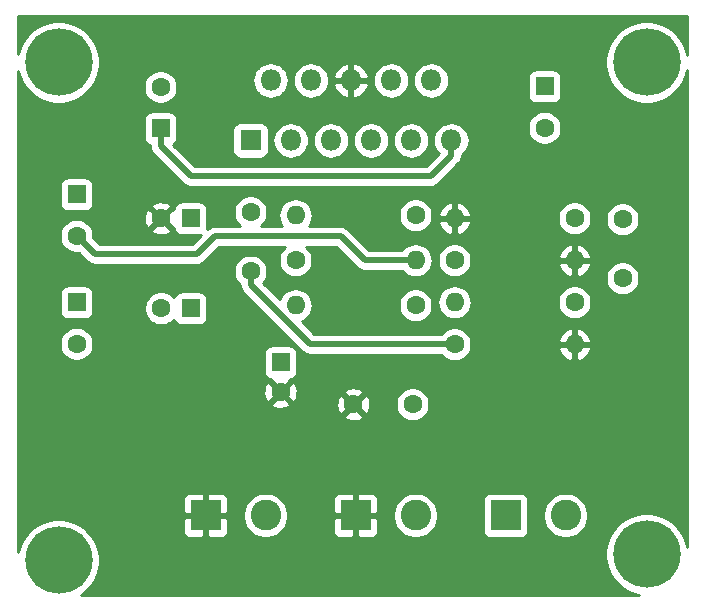
<source format=gbr>
G04 #@! TF.GenerationSoftware,KiCad,Pcbnew,(5.1.4-0-10_14)*
G04 #@! TF.CreationDate,2021-05-27T15:15:14+02:00*
G04 #@! TF.ProjectId,Untitled,556e7469-746c-4656-942e-6b696361645f,rev?*
G04 #@! TF.SameCoordinates,Original*
G04 #@! TF.FileFunction,Copper,L1,Top*
G04 #@! TF.FilePolarity,Positive*
%FSLAX46Y46*%
G04 Gerber Fmt 4.6, Leading zero omitted, Abs format (unit mm)*
G04 Created by KiCad (PCBNEW (5.1.4-0-10_14)) date 2021-05-27 15:15:14*
%MOMM*%
%LPD*%
G04 APERTURE LIST*
%ADD10C,1.600000*%
%ADD11R,1.600000X1.600000*%
%ADD12R,2.600000X2.600000*%
%ADD13C,2.600000*%
%ADD14O,1.600000X1.600000*%
%ADD15R,1.800000X1.800000*%
%ADD16O,1.800000X1.800000*%
%ADD17C,5.700000*%
%ADD18C,0.508000*%
%ADD19C,0.254000*%
G04 APERTURE END LIST*
D10*
X135636000Y-70612000D03*
X130636000Y-70612000D03*
D11*
X116840000Y-54864000D03*
D10*
X114340000Y-54864000D03*
X114340000Y-62484000D03*
D11*
X116840000Y-62484000D03*
X124460000Y-67056000D03*
D10*
X124460000Y-69556000D03*
D11*
X107188000Y-52832000D03*
D10*
X107188000Y-56332000D03*
X107188000Y-65476000D03*
D11*
X107188000Y-61976000D03*
X146812000Y-43688000D03*
D10*
X146812000Y-47188000D03*
X114300000Y-43744000D03*
D11*
X114300000Y-47244000D03*
D10*
X153416000Y-54944000D03*
X153416000Y-59944000D03*
X121920000Y-54356000D03*
X121920000Y-59356000D03*
D12*
X130810000Y-80010000D03*
D13*
X135890000Y-80010000D03*
X123190000Y-80010000D03*
D12*
X118110000Y-80010000D03*
X143510000Y-80010000D03*
D13*
X148590000Y-80010000D03*
D14*
X125730000Y-54610000D03*
D10*
X135890000Y-54610000D03*
X135890000Y-62230000D03*
D14*
X125730000Y-62230000D03*
X135890000Y-58420000D03*
D10*
X125730000Y-58420000D03*
X139192000Y-58420000D03*
D14*
X149352000Y-58420000D03*
X139192000Y-61976000D03*
D10*
X149352000Y-61976000D03*
X149352000Y-54864000D03*
D14*
X139192000Y-54864000D03*
D10*
X139192000Y-65532000D03*
D14*
X149352000Y-65532000D03*
D15*
X121920000Y-48260000D03*
D16*
X123620000Y-43180000D03*
X125320000Y-48260000D03*
X127020000Y-43180000D03*
X128720000Y-48260000D03*
X130420000Y-43180000D03*
X132120000Y-48260000D03*
X133820000Y-43180000D03*
X135520000Y-48260000D03*
X137220000Y-43180000D03*
X138920000Y-48260000D03*
D17*
X155448000Y-41656000D03*
X105664000Y-83820000D03*
X155448000Y-83312000D03*
X105664000Y-41656000D03*
D18*
X135890000Y-58420000D02*
X131572000Y-58420000D01*
X131572000Y-58420000D02*
X129540000Y-56388000D01*
X129540000Y-56388000D02*
X118872000Y-56388000D01*
X118872000Y-56388000D02*
X117348000Y-57912000D01*
X108768000Y-57912000D02*
X107188000Y-56332000D01*
X117348000Y-57912000D02*
X108768000Y-57912000D01*
X114300000Y-47244000D02*
X114300000Y-48768000D01*
X114300000Y-48768000D02*
X116840000Y-51308000D01*
X116840000Y-51308000D02*
X137160000Y-51308000D01*
X138920000Y-49548000D02*
X138920000Y-48260000D01*
X137160000Y-51308000D02*
X138920000Y-49548000D01*
X138060630Y-65532000D02*
X139192000Y-65532000D01*
X126964630Y-65532000D02*
X138060630Y-65532000D01*
X121920000Y-60487370D02*
X126964630Y-65532000D01*
X121920000Y-59356000D02*
X121920000Y-60487370D01*
D19*
G36*
X158877000Y-41031228D02*
G01*
X158799073Y-40639463D01*
X158536367Y-40005234D01*
X158154976Y-39434442D01*
X157669558Y-38949024D01*
X157098766Y-38567633D01*
X156464537Y-38304927D01*
X155791242Y-38171000D01*
X155104758Y-38171000D01*
X154431463Y-38304927D01*
X153797234Y-38567633D01*
X153226442Y-38949024D01*
X152741024Y-39434442D01*
X152359633Y-40005234D01*
X152096927Y-40639463D01*
X151963000Y-41312758D01*
X151963000Y-41999242D01*
X152096927Y-42672537D01*
X152359633Y-43306766D01*
X152741024Y-43877558D01*
X153226442Y-44362976D01*
X153797234Y-44744367D01*
X154431463Y-45007073D01*
X155104758Y-45141000D01*
X155791242Y-45141000D01*
X156464537Y-45007073D01*
X157098766Y-44744367D01*
X157669558Y-44362976D01*
X158154976Y-43877558D01*
X158536367Y-43306766D01*
X158799073Y-42672537D01*
X158877000Y-42280772D01*
X158877000Y-82687228D01*
X158799073Y-82295463D01*
X158536367Y-81661234D01*
X158154976Y-81090442D01*
X157669558Y-80605024D01*
X157098766Y-80223633D01*
X156464537Y-79960927D01*
X155791242Y-79827000D01*
X155104758Y-79827000D01*
X154431463Y-79960927D01*
X153797234Y-80223633D01*
X153226442Y-80605024D01*
X152741024Y-81090442D01*
X152359633Y-81661234D01*
X152096927Y-82295463D01*
X151963000Y-82968758D01*
X151963000Y-83655242D01*
X152096927Y-84328537D01*
X152359633Y-84962766D01*
X152741024Y-85533558D01*
X153226442Y-86018976D01*
X153797234Y-86400367D01*
X154431463Y-86663073D01*
X154823228Y-86741000D01*
X107565248Y-86741000D01*
X107885558Y-86526976D01*
X108370976Y-86041558D01*
X108752367Y-85470766D01*
X109015073Y-84836537D01*
X109149000Y-84163242D01*
X109149000Y-83476758D01*
X109015073Y-82803463D01*
X108752367Y-82169234D01*
X108370976Y-81598442D01*
X108082534Y-81310000D01*
X116171928Y-81310000D01*
X116184188Y-81434482D01*
X116220498Y-81554180D01*
X116279463Y-81664494D01*
X116358815Y-81761185D01*
X116455506Y-81840537D01*
X116565820Y-81899502D01*
X116685518Y-81935812D01*
X116810000Y-81948072D01*
X117824250Y-81945000D01*
X117983000Y-81786250D01*
X117983000Y-80137000D01*
X118237000Y-80137000D01*
X118237000Y-81786250D01*
X118395750Y-81945000D01*
X119410000Y-81948072D01*
X119534482Y-81935812D01*
X119654180Y-81899502D01*
X119764494Y-81840537D01*
X119861185Y-81761185D01*
X119940537Y-81664494D01*
X119999502Y-81554180D01*
X120035812Y-81434482D01*
X120048072Y-81310000D01*
X120045000Y-80295750D01*
X119886250Y-80137000D01*
X118237000Y-80137000D01*
X117983000Y-80137000D01*
X116333750Y-80137000D01*
X116175000Y-80295750D01*
X116171928Y-81310000D01*
X108082534Y-81310000D01*
X107885558Y-81113024D01*
X107314766Y-80731633D01*
X106680537Y-80468927D01*
X106007242Y-80335000D01*
X105320758Y-80335000D01*
X104647463Y-80468927D01*
X104013234Y-80731633D01*
X103442442Y-81113024D01*
X102957024Y-81598442D01*
X102575633Y-82169234D01*
X102312927Y-82803463D01*
X102260000Y-83069544D01*
X102260000Y-78710000D01*
X116171928Y-78710000D01*
X116175000Y-79724250D01*
X116333750Y-79883000D01*
X117983000Y-79883000D01*
X117983000Y-78233750D01*
X118237000Y-78233750D01*
X118237000Y-79883000D01*
X119886250Y-79883000D01*
X119949831Y-79819419D01*
X121255000Y-79819419D01*
X121255000Y-80200581D01*
X121329361Y-80574419D01*
X121475225Y-80926566D01*
X121686987Y-81243491D01*
X121956509Y-81513013D01*
X122273434Y-81724775D01*
X122625581Y-81870639D01*
X122999419Y-81945000D01*
X123380581Y-81945000D01*
X123754419Y-81870639D01*
X124106566Y-81724775D01*
X124423491Y-81513013D01*
X124626504Y-81310000D01*
X128871928Y-81310000D01*
X128884188Y-81434482D01*
X128920498Y-81554180D01*
X128979463Y-81664494D01*
X129058815Y-81761185D01*
X129155506Y-81840537D01*
X129265820Y-81899502D01*
X129385518Y-81935812D01*
X129510000Y-81948072D01*
X130524250Y-81945000D01*
X130683000Y-81786250D01*
X130683000Y-80137000D01*
X130937000Y-80137000D01*
X130937000Y-81786250D01*
X131095750Y-81945000D01*
X132110000Y-81948072D01*
X132234482Y-81935812D01*
X132354180Y-81899502D01*
X132464494Y-81840537D01*
X132561185Y-81761185D01*
X132640537Y-81664494D01*
X132699502Y-81554180D01*
X132735812Y-81434482D01*
X132748072Y-81310000D01*
X132745000Y-80295750D01*
X132586250Y-80137000D01*
X130937000Y-80137000D01*
X130683000Y-80137000D01*
X129033750Y-80137000D01*
X128875000Y-80295750D01*
X128871928Y-81310000D01*
X124626504Y-81310000D01*
X124693013Y-81243491D01*
X124904775Y-80926566D01*
X125050639Y-80574419D01*
X125125000Y-80200581D01*
X125125000Y-79819419D01*
X125050639Y-79445581D01*
X124904775Y-79093434D01*
X124693013Y-78776509D01*
X124626504Y-78710000D01*
X128871928Y-78710000D01*
X128875000Y-79724250D01*
X129033750Y-79883000D01*
X130683000Y-79883000D01*
X130683000Y-78233750D01*
X130937000Y-78233750D01*
X130937000Y-79883000D01*
X132586250Y-79883000D01*
X132649831Y-79819419D01*
X133955000Y-79819419D01*
X133955000Y-80200581D01*
X134029361Y-80574419D01*
X134175225Y-80926566D01*
X134386987Y-81243491D01*
X134656509Y-81513013D01*
X134973434Y-81724775D01*
X135325581Y-81870639D01*
X135699419Y-81945000D01*
X136080581Y-81945000D01*
X136454419Y-81870639D01*
X136806566Y-81724775D01*
X137123491Y-81513013D01*
X137393013Y-81243491D01*
X137604775Y-80926566D01*
X137750639Y-80574419D01*
X137825000Y-80200581D01*
X137825000Y-79819419D01*
X137750639Y-79445581D01*
X137604775Y-79093434D01*
X137393013Y-78776509D01*
X137326504Y-78710000D01*
X141571928Y-78710000D01*
X141571928Y-81310000D01*
X141584188Y-81434482D01*
X141620498Y-81554180D01*
X141679463Y-81664494D01*
X141758815Y-81761185D01*
X141855506Y-81840537D01*
X141965820Y-81899502D01*
X142085518Y-81935812D01*
X142210000Y-81948072D01*
X144810000Y-81948072D01*
X144934482Y-81935812D01*
X145054180Y-81899502D01*
X145164494Y-81840537D01*
X145261185Y-81761185D01*
X145340537Y-81664494D01*
X145399502Y-81554180D01*
X145435812Y-81434482D01*
X145448072Y-81310000D01*
X145448072Y-79819419D01*
X146655000Y-79819419D01*
X146655000Y-80200581D01*
X146729361Y-80574419D01*
X146875225Y-80926566D01*
X147086987Y-81243491D01*
X147356509Y-81513013D01*
X147673434Y-81724775D01*
X148025581Y-81870639D01*
X148399419Y-81945000D01*
X148780581Y-81945000D01*
X149154419Y-81870639D01*
X149506566Y-81724775D01*
X149823491Y-81513013D01*
X150093013Y-81243491D01*
X150304775Y-80926566D01*
X150450639Y-80574419D01*
X150525000Y-80200581D01*
X150525000Y-79819419D01*
X150450639Y-79445581D01*
X150304775Y-79093434D01*
X150093013Y-78776509D01*
X149823491Y-78506987D01*
X149506566Y-78295225D01*
X149154419Y-78149361D01*
X148780581Y-78075000D01*
X148399419Y-78075000D01*
X148025581Y-78149361D01*
X147673434Y-78295225D01*
X147356509Y-78506987D01*
X147086987Y-78776509D01*
X146875225Y-79093434D01*
X146729361Y-79445581D01*
X146655000Y-79819419D01*
X145448072Y-79819419D01*
X145448072Y-78710000D01*
X145435812Y-78585518D01*
X145399502Y-78465820D01*
X145340537Y-78355506D01*
X145261185Y-78258815D01*
X145164494Y-78179463D01*
X145054180Y-78120498D01*
X144934482Y-78084188D01*
X144810000Y-78071928D01*
X142210000Y-78071928D01*
X142085518Y-78084188D01*
X141965820Y-78120498D01*
X141855506Y-78179463D01*
X141758815Y-78258815D01*
X141679463Y-78355506D01*
X141620498Y-78465820D01*
X141584188Y-78585518D01*
X141571928Y-78710000D01*
X137326504Y-78710000D01*
X137123491Y-78506987D01*
X136806566Y-78295225D01*
X136454419Y-78149361D01*
X136080581Y-78075000D01*
X135699419Y-78075000D01*
X135325581Y-78149361D01*
X134973434Y-78295225D01*
X134656509Y-78506987D01*
X134386987Y-78776509D01*
X134175225Y-79093434D01*
X134029361Y-79445581D01*
X133955000Y-79819419D01*
X132649831Y-79819419D01*
X132745000Y-79724250D01*
X132748072Y-78710000D01*
X132735812Y-78585518D01*
X132699502Y-78465820D01*
X132640537Y-78355506D01*
X132561185Y-78258815D01*
X132464494Y-78179463D01*
X132354180Y-78120498D01*
X132234482Y-78084188D01*
X132110000Y-78071928D01*
X131095750Y-78075000D01*
X130937000Y-78233750D01*
X130683000Y-78233750D01*
X130524250Y-78075000D01*
X129510000Y-78071928D01*
X129385518Y-78084188D01*
X129265820Y-78120498D01*
X129155506Y-78179463D01*
X129058815Y-78258815D01*
X128979463Y-78355506D01*
X128920498Y-78465820D01*
X128884188Y-78585518D01*
X128871928Y-78710000D01*
X124626504Y-78710000D01*
X124423491Y-78506987D01*
X124106566Y-78295225D01*
X123754419Y-78149361D01*
X123380581Y-78075000D01*
X122999419Y-78075000D01*
X122625581Y-78149361D01*
X122273434Y-78295225D01*
X121956509Y-78506987D01*
X121686987Y-78776509D01*
X121475225Y-79093434D01*
X121329361Y-79445581D01*
X121255000Y-79819419D01*
X119949831Y-79819419D01*
X120045000Y-79724250D01*
X120048072Y-78710000D01*
X120035812Y-78585518D01*
X119999502Y-78465820D01*
X119940537Y-78355506D01*
X119861185Y-78258815D01*
X119764494Y-78179463D01*
X119654180Y-78120498D01*
X119534482Y-78084188D01*
X119410000Y-78071928D01*
X118395750Y-78075000D01*
X118237000Y-78233750D01*
X117983000Y-78233750D01*
X117824250Y-78075000D01*
X116810000Y-78071928D01*
X116685518Y-78084188D01*
X116565820Y-78120498D01*
X116455506Y-78179463D01*
X116358815Y-78258815D01*
X116279463Y-78355506D01*
X116220498Y-78465820D01*
X116184188Y-78585518D01*
X116171928Y-78710000D01*
X102260000Y-78710000D01*
X102260000Y-71604702D01*
X129822903Y-71604702D01*
X129894486Y-71848671D01*
X130149996Y-71969571D01*
X130424184Y-72038300D01*
X130706512Y-72052217D01*
X130986130Y-72010787D01*
X131252292Y-71915603D01*
X131377514Y-71848671D01*
X131449097Y-71604702D01*
X130636000Y-70791605D01*
X129822903Y-71604702D01*
X102260000Y-71604702D01*
X102260000Y-70548702D01*
X123646903Y-70548702D01*
X123718486Y-70792671D01*
X123973996Y-70913571D01*
X124248184Y-70982300D01*
X124530512Y-70996217D01*
X124810130Y-70954787D01*
X125076292Y-70859603D01*
X125201514Y-70792671D01*
X125233835Y-70682512D01*
X129195783Y-70682512D01*
X129237213Y-70962130D01*
X129332397Y-71228292D01*
X129399329Y-71353514D01*
X129643298Y-71425097D01*
X130456395Y-70612000D01*
X130815605Y-70612000D01*
X131628702Y-71425097D01*
X131872671Y-71353514D01*
X131993571Y-71098004D01*
X132062300Y-70823816D01*
X132076217Y-70541488D01*
X132065724Y-70470665D01*
X134201000Y-70470665D01*
X134201000Y-70753335D01*
X134256147Y-71030574D01*
X134364320Y-71291727D01*
X134521363Y-71526759D01*
X134721241Y-71726637D01*
X134956273Y-71883680D01*
X135217426Y-71991853D01*
X135494665Y-72047000D01*
X135777335Y-72047000D01*
X136054574Y-71991853D01*
X136315727Y-71883680D01*
X136550759Y-71726637D01*
X136750637Y-71526759D01*
X136907680Y-71291727D01*
X137015853Y-71030574D01*
X137071000Y-70753335D01*
X137071000Y-70470665D01*
X137015853Y-70193426D01*
X136907680Y-69932273D01*
X136750637Y-69697241D01*
X136550759Y-69497363D01*
X136315727Y-69340320D01*
X136054574Y-69232147D01*
X135777335Y-69177000D01*
X135494665Y-69177000D01*
X135217426Y-69232147D01*
X134956273Y-69340320D01*
X134721241Y-69497363D01*
X134521363Y-69697241D01*
X134364320Y-69932273D01*
X134256147Y-70193426D01*
X134201000Y-70470665D01*
X132065724Y-70470665D01*
X132034787Y-70261870D01*
X131939603Y-69995708D01*
X131872671Y-69870486D01*
X131628702Y-69798903D01*
X130815605Y-70612000D01*
X130456395Y-70612000D01*
X129643298Y-69798903D01*
X129399329Y-69870486D01*
X129278429Y-70125996D01*
X129209700Y-70400184D01*
X129195783Y-70682512D01*
X125233835Y-70682512D01*
X125273097Y-70548702D01*
X124460000Y-69735605D01*
X123646903Y-70548702D01*
X102260000Y-70548702D01*
X102260000Y-69626512D01*
X123019783Y-69626512D01*
X123061213Y-69906130D01*
X123156397Y-70172292D01*
X123223329Y-70297514D01*
X123467298Y-70369097D01*
X124280395Y-69556000D01*
X124639605Y-69556000D01*
X125452702Y-70369097D01*
X125696671Y-70297514D01*
X125817571Y-70042004D01*
X125886300Y-69767816D01*
X125893621Y-69619298D01*
X129822903Y-69619298D01*
X130636000Y-70432395D01*
X131449097Y-69619298D01*
X131377514Y-69375329D01*
X131122004Y-69254429D01*
X130847816Y-69185700D01*
X130565488Y-69171783D01*
X130285870Y-69213213D01*
X130019708Y-69308397D01*
X129894486Y-69375329D01*
X129822903Y-69619298D01*
X125893621Y-69619298D01*
X125900217Y-69485488D01*
X125858787Y-69205870D01*
X125763603Y-68939708D01*
X125696671Y-68814486D01*
X125452702Y-68742903D01*
X124639605Y-69556000D01*
X124280395Y-69556000D01*
X123467298Y-68742903D01*
X123223329Y-68814486D01*
X123102429Y-69069996D01*
X123033700Y-69344184D01*
X123019783Y-69626512D01*
X102260000Y-69626512D01*
X102260000Y-65334665D01*
X105753000Y-65334665D01*
X105753000Y-65617335D01*
X105808147Y-65894574D01*
X105916320Y-66155727D01*
X106073363Y-66390759D01*
X106273241Y-66590637D01*
X106508273Y-66747680D01*
X106769426Y-66855853D01*
X107046665Y-66911000D01*
X107329335Y-66911000D01*
X107606574Y-66855853D01*
X107867727Y-66747680D01*
X108102759Y-66590637D01*
X108302637Y-66390759D01*
X108392679Y-66256000D01*
X123021928Y-66256000D01*
X123021928Y-67856000D01*
X123034188Y-67980482D01*
X123070498Y-68100180D01*
X123129463Y-68210494D01*
X123208815Y-68307185D01*
X123305506Y-68386537D01*
X123415820Y-68445502D01*
X123535518Y-68481812D01*
X123660000Y-68494072D01*
X123667215Y-68494072D01*
X123646903Y-68563298D01*
X124460000Y-69376395D01*
X125273097Y-68563298D01*
X125252785Y-68494072D01*
X125260000Y-68494072D01*
X125384482Y-68481812D01*
X125504180Y-68445502D01*
X125614494Y-68386537D01*
X125711185Y-68307185D01*
X125790537Y-68210494D01*
X125849502Y-68100180D01*
X125885812Y-67980482D01*
X125898072Y-67856000D01*
X125898072Y-66256000D01*
X125885812Y-66131518D01*
X125849502Y-66011820D01*
X125790537Y-65901506D01*
X125711185Y-65804815D01*
X125614494Y-65725463D01*
X125504180Y-65666498D01*
X125384482Y-65630188D01*
X125260000Y-65617928D01*
X123660000Y-65617928D01*
X123535518Y-65630188D01*
X123415820Y-65666498D01*
X123305506Y-65725463D01*
X123208815Y-65804815D01*
X123129463Y-65901506D01*
X123070498Y-66011820D01*
X123034188Y-66131518D01*
X123021928Y-66256000D01*
X108392679Y-66256000D01*
X108459680Y-66155727D01*
X108567853Y-65894574D01*
X108623000Y-65617335D01*
X108623000Y-65334665D01*
X108567853Y-65057426D01*
X108459680Y-64796273D01*
X108302637Y-64561241D01*
X108102759Y-64361363D01*
X107867727Y-64204320D01*
X107606574Y-64096147D01*
X107329335Y-64041000D01*
X107046665Y-64041000D01*
X106769426Y-64096147D01*
X106508273Y-64204320D01*
X106273241Y-64361363D01*
X106073363Y-64561241D01*
X105916320Y-64796273D01*
X105808147Y-65057426D01*
X105753000Y-65334665D01*
X102260000Y-65334665D01*
X102260000Y-61176000D01*
X105749928Y-61176000D01*
X105749928Y-62776000D01*
X105762188Y-62900482D01*
X105798498Y-63020180D01*
X105857463Y-63130494D01*
X105936815Y-63227185D01*
X106033506Y-63306537D01*
X106143820Y-63365502D01*
X106263518Y-63401812D01*
X106388000Y-63414072D01*
X107988000Y-63414072D01*
X108112482Y-63401812D01*
X108232180Y-63365502D01*
X108342494Y-63306537D01*
X108439185Y-63227185D01*
X108518537Y-63130494D01*
X108577502Y-63020180D01*
X108613812Y-62900482D01*
X108626072Y-62776000D01*
X108626072Y-62342665D01*
X112905000Y-62342665D01*
X112905000Y-62625335D01*
X112960147Y-62902574D01*
X113068320Y-63163727D01*
X113225363Y-63398759D01*
X113425241Y-63598637D01*
X113660273Y-63755680D01*
X113921426Y-63863853D01*
X114198665Y-63919000D01*
X114481335Y-63919000D01*
X114758574Y-63863853D01*
X115019727Y-63755680D01*
X115254759Y-63598637D01*
X115421339Y-63432057D01*
X115450498Y-63528180D01*
X115509463Y-63638494D01*
X115588815Y-63735185D01*
X115685506Y-63814537D01*
X115795820Y-63873502D01*
X115915518Y-63909812D01*
X116040000Y-63922072D01*
X117640000Y-63922072D01*
X117764482Y-63909812D01*
X117884180Y-63873502D01*
X117994494Y-63814537D01*
X118091185Y-63735185D01*
X118170537Y-63638494D01*
X118229502Y-63528180D01*
X118265812Y-63408482D01*
X118278072Y-63284000D01*
X118278072Y-61684000D01*
X118265812Y-61559518D01*
X118229502Y-61439820D01*
X118170537Y-61329506D01*
X118091185Y-61232815D01*
X117994494Y-61153463D01*
X117884180Y-61094498D01*
X117764482Y-61058188D01*
X117640000Y-61045928D01*
X116040000Y-61045928D01*
X115915518Y-61058188D01*
X115795820Y-61094498D01*
X115685506Y-61153463D01*
X115588815Y-61232815D01*
X115509463Y-61329506D01*
X115450498Y-61439820D01*
X115421339Y-61535943D01*
X115254759Y-61369363D01*
X115019727Y-61212320D01*
X114758574Y-61104147D01*
X114481335Y-61049000D01*
X114198665Y-61049000D01*
X113921426Y-61104147D01*
X113660273Y-61212320D01*
X113425241Y-61369363D01*
X113225363Y-61569241D01*
X113068320Y-61804273D01*
X112960147Y-62065426D01*
X112905000Y-62342665D01*
X108626072Y-62342665D01*
X108626072Y-61176000D01*
X108613812Y-61051518D01*
X108577502Y-60931820D01*
X108518537Y-60821506D01*
X108439185Y-60724815D01*
X108342494Y-60645463D01*
X108232180Y-60586498D01*
X108112482Y-60550188D01*
X107988000Y-60537928D01*
X106388000Y-60537928D01*
X106263518Y-60550188D01*
X106143820Y-60586498D01*
X106033506Y-60645463D01*
X105936815Y-60724815D01*
X105857463Y-60821506D01*
X105798498Y-60931820D01*
X105762188Y-61051518D01*
X105749928Y-61176000D01*
X102260000Y-61176000D01*
X102260000Y-59214665D01*
X120485000Y-59214665D01*
X120485000Y-59497335D01*
X120540147Y-59774574D01*
X120648320Y-60035727D01*
X120805363Y-60270759D01*
X121005241Y-60470637D01*
X121026921Y-60485123D01*
X121026700Y-60487370D01*
X121043864Y-60661644D01*
X121094698Y-60829222D01*
X121177248Y-60983661D01*
X121230871Y-61049000D01*
X121288342Y-61119029D01*
X121322259Y-61146864D01*
X126305136Y-66129742D01*
X126332971Y-66163659D01*
X126468339Y-66274753D01*
X126622779Y-66357303D01*
X126688688Y-66377296D01*
X126790354Y-66408136D01*
X126823554Y-66411406D01*
X126920963Y-66421000D01*
X126920969Y-66421000D01*
X126964629Y-66425300D01*
X127008289Y-66421000D01*
X138060151Y-66421000D01*
X138077363Y-66446759D01*
X138277241Y-66646637D01*
X138512273Y-66803680D01*
X138773426Y-66911853D01*
X139050665Y-66967000D01*
X139333335Y-66967000D01*
X139610574Y-66911853D01*
X139871727Y-66803680D01*
X140106759Y-66646637D01*
X140306637Y-66446759D01*
X140463680Y-66211727D01*
X140571853Y-65950574D01*
X140585684Y-65881039D01*
X147960096Y-65881039D01*
X148000754Y-66015087D01*
X148120963Y-66269420D01*
X148288481Y-66495414D01*
X148496869Y-66684385D01*
X148738119Y-66829070D01*
X149002960Y-66923909D01*
X149225000Y-66802624D01*
X149225000Y-65659000D01*
X149479000Y-65659000D01*
X149479000Y-66802624D01*
X149701040Y-66923909D01*
X149965881Y-66829070D01*
X150207131Y-66684385D01*
X150415519Y-66495414D01*
X150583037Y-66269420D01*
X150703246Y-66015087D01*
X150743904Y-65881039D01*
X150621915Y-65659000D01*
X149479000Y-65659000D01*
X149225000Y-65659000D01*
X148082085Y-65659000D01*
X147960096Y-65881039D01*
X140585684Y-65881039D01*
X140627000Y-65673335D01*
X140627000Y-65390665D01*
X140585685Y-65182961D01*
X147960096Y-65182961D01*
X148082085Y-65405000D01*
X149225000Y-65405000D01*
X149225000Y-64261376D01*
X149479000Y-64261376D01*
X149479000Y-65405000D01*
X150621915Y-65405000D01*
X150743904Y-65182961D01*
X150703246Y-65048913D01*
X150583037Y-64794580D01*
X150415519Y-64568586D01*
X150207131Y-64379615D01*
X149965881Y-64234930D01*
X149701040Y-64140091D01*
X149479000Y-64261376D01*
X149225000Y-64261376D01*
X149002960Y-64140091D01*
X148738119Y-64234930D01*
X148496869Y-64379615D01*
X148288481Y-64568586D01*
X148120963Y-64794580D01*
X148000754Y-65048913D01*
X147960096Y-65182961D01*
X140585685Y-65182961D01*
X140571853Y-65113426D01*
X140463680Y-64852273D01*
X140306637Y-64617241D01*
X140106759Y-64417363D01*
X139871727Y-64260320D01*
X139610574Y-64152147D01*
X139333335Y-64097000D01*
X139050665Y-64097000D01*
X138773426Y-64152147D01*
X138512273Y-64260320D01*
X138277241Y-64417363D01*
X138077363Y-64617241D01*
X138060151Y-64643000D01*
X127332866Y-64643000D01*
X126258974Y-63569108D01*
X126281808Y-63562182D01*
X126531101Y-63428932D01*
X126749608Y-63249608D01*
X126928932Y-63031101D01*
X127062182Y-62781808D01*
X127144236Y-62511309D01*
X127171943Y-62230000D01*
X127158023Y-62088665D01*
X134455000Y-62088665D01*
X134455000Y-62371335D01*
X134510147Y-62648574D01*
X134618320Y-62909727D01*
X134775363Y-63144759D01*
X134975241Y-63344637D01*
X135210273Y-63501680D01*
X135471426Y-63609853D01*
X135748665Y-63665000D01*
X136031335Y-63665000D01*
X136308574Y-63609853D01*
X136569727Y-63501680D01*
X136804759Y-63344637D01*
X137004637Y-63144759D01*
X137161680Y-62909727D01*
X137269853Y-62648574D01*
X137325000Y-62371335D01*
X137325000Y-62088665D01*
X137302590Y-61976000D01*
X137750057Y-61976000D01*
X137777764Y-62257309D01*
X137859818Y-62527808D01*
X137993068Y-62777101D01*
X138172392Y-62995608D01*
X138390899Y-63174932D01*
X138640192Y-63308182D01*
X138910691Y-63390236D01*
X139121508Y-63411000D01*
X139262492Y-63411000D01*
X139473309Y-63390236D01*
X139743808Y-63308182D01*
X139993101Y-63174932D01*
X140211608Y-62995608D01*
X140390932Y-62777101D01*
X140524182Y-62527808D01*
X140606236Y-62257309D01*
X140633943Y-61976000D01*
X140620023Y-61834665D01*
X147917000Y-61834665D01*
X147917000Y-62117335D01*
X147972147Y-62394574D01*
X148080320Y-62655727D01*
X148237363Y-62890759D01*
X148437241Y-63090637D01*
X148672273Y-63247680D01*
X148933426Y-63355853D01*
X149210665Y-63411000D01*
X149493335Y-63411000D01*
X149770574Y-63355853D01*
X150031727Y-63247680D01*
X150266759Y-63090637D01*
X150466637Y-62890759D01*
X150623680Y-62655727D01*
X150731853Y-62394574D01*
X150787000Y-62117335D01*
X150787000Y-61834665D01*
X150731853Y-61557426D01*
X150623680Y-61296273D01*
X150466637Y-61061241D01*
X150266759Y-60861363D01*
X150031727Y-60704320D01*
X149770574Y-60596147D01*
X149493335Y-60541000D01*
X149210665Y-60541000D01*
X148933426Y-60596147D01*
X148672273Y-60704320D01*
X148437241Y-60861363D01*
X148237363Y-61061241D01*
X148080320Y-61296273D01*
X147972147Y-61557426D01*
X147917000Y-61834665D01*
X140620023Y-61834665D01*
X140606236Y-61694691D01*
X140524182Y-61424192D01*
X140390932Y-61174899D01*
X140211608Y-60956392D01*
X139993101Y-60777068D01*
X139743808Y-60643818D01*
X139473309Y-60561764D01*
X139262492Y-60541000D01*
X139121508Y-60541000D01*
X138910691Y-60561764D01*
X138640192Y-60643818D01*
X138390899Y-60777068D01*
X138172392Y-60956392D01*
X137993068Y-61174899D01*
X137859818Y-61424192D01*
X137777764Y-61694691D01*
X137750057Y-61976000D01*
X137302590Y-61976000D01*
X137269853Y-61811426D01*
X137161680Y-61550273D01*
X137004637Y-61315241D01*
X136804759Y-61115363D01*
X136569727Y-60958320D01*
X136308574Y-60850147D01*
X136031335Y-60795000D01*
X135748665Y-60795000D01*
X135471426Y-60850147D01*
X135210273Y-60958320D01*
X134975241Y-61115363D01*
X134775363Y-61315241D01*
X134618320Y-61550273D01*
X134510147Y-61811426D01*
X134455000Y-62088665D01*
X127158023Y-62088665D01*
X127144236Y-61948691D01*
X127062182Y-61678192D01*
X126928932Y-61428899D01*
X126749608Y-61210392D01*
X126531101Y-61031068D01*
X126281808Y-60897818D01*
X126011309Y-60815764D01*
X125800492Y-60795000D01*
X125659508Y-60795000D01*
X125448691Y-60815764D01*
X125178192Y-60897818D01*
X124928899Y-61031068D01*
X124710392Y-61210392D01*
X124531068Y-61428899D01*
X124397818Y-61678192D01*
X124390891Y-61701026D01*
X122997631Y-60307765D01*
X123034637Y-60270759D01*
X123191680Y-60035727D01*
X123299853Y-59774574D01*
X123355000Y-59497335D01*
X123355000Y-59214665D01*
X123299853Y-58937426D01*
X123191680Y-58676273D01*
X123034637Y-58441241D01*
X122834759Y-58241363D01*
X122599727Y-58084320D01*
X122338574Y-57976147D01*
X122061335Y-57921000D01*
X121778665Y-57921000D01*
X121501426Y-57976147D01*
X121240273Y-58084320D01*
X121005241Y-58241363D01*
X120805363Y-58441241D01*
X120648320Y-58676273D01*
X120540147Y-58937426D01*
X120485000Y-59214665D01*
X102260000Y-59214665D01*
X102260000Y-56190665D01*
X105753000Y-56190665D01*
X105753000Y-56473335D01*
X105808147Y-56750574D01*
X105916320Y-57011727D01*
X106073363Y-57246759D01*
X106273241Y-57446637D01*
X106508273Y-57603680D01*
X106769426Y-57711853D01*
X107046665Y-57767000D01*
X107329335Y-57767000D01*
X107359721Y-57760956D01*
X108108501Y-58509736D01*
X108136341Y-58543659D01*
X108271709Y-58654753D01*
X108426149Y-58737303D01*
X108492058Y-58757296D01*
X108593724Y-58788136D01*
X108626924Y-58791406D01*
X108724333Y-58801000D01*
X108724339Y-58801000D01*
X108767999Y-58805300D01*
X108811659Y-58801000D01*
X117304340Y-58801000D01*
X117348000Y-58805300D01*
X117391660Y-58801000D01*
X117391667Y-58801000D01*
X117522274Y-58788136D01*
X117689851Y-58737303D01*
X117844291Y-58654753D01*
X117979659Y-58543659D01*
X118007499Y-58509736D01*
X119240236Y-57277000D01*
X124857689Y-57277000D01*
X124815241Y-57305363D01*
X124615363Y-57505241D01*
X124458320Y-57740273D01*
X124350147Y-58001426D01*
X124295000Y-58278665D01*
X124295000Y-58561335D01*
X124350147Y-58838574D01*
X124458320Y-59099727D01*
X124615363Y-59334759D01*
X124815241Y-59534637D01*
X125050273Y-59691680D01*
X125311426Y-59799853D01*
X125588665Y-59855000D01*
X125871335Y-59855000D01*
X126148574Y-59799853D01*
X126409727Y-59691680D01*
X126644759Y-59534637D01*
X126844637Y-59334759D01*
X127001680Y-59099727D01*
X127109853Y-58838574D01*
X127165000Y-58561335D01*
X127165000Y-58278665D01*
X127109853Y-58001426D01*
X127001680Y-57740273D01*
X126844637Y-57505241D01*
X126644759Y-57305363D01*
X126602311Y-57277000D01*
X129171765Y-57277000D01*
X130912506Y-59017742D01*
X130940341Y-59051659D01*
X131075709Y-59162753D01*
X131230149Y-59245303D01*
X131292686Y-59264273D01*
X131397725Y-59296136D01*
X131414325Y-59297771D01*
X131528333Y-59309000D01*
X131528340Y-59309000D01*
X131572000Y-59313300D01*
X131615660Y-59309000D01*
X134763205Y-59309000D01*
X134870392Y-59439608D01*
X135088899Y-59618932D01*
X135338192Y-59752182D01*
X135608691Y-59834236D01*
X135819508Y-59855000D01*
X135960492Y-59855000D01*
X136171309Y-59834236D01*
X136441808Y-59752182D01*
X136691101Y-59618932D01*
X136909608Y-59439608D01*
X137088932Y-59221101D01*
X137222182Y-58971808D01*
X137304236Y-58701309D01*
X137331943Y-58420000D01*
X137318023Y-58278665D01*
X137757000Y-58278665D01*
X137757000Y-58561335D01*
X137812147Y-58838574D01*
X137920320Y-59099727D01*
X138077363Y-59334759D01*
X138277241Y-59534637D01*
X138512273Y-59691680D01*
X138773426Y-59799853D01*
X139050665Y-59855000D01*
X139333335Y-59855000D01*
X139610574Y-59799853D01*
X139871727Y-59691680D01*
X140106759Y-59534637D01*
X140306637Y-59334759D01*
X140463680Y-59099727D01*
X140571853Y-58838574D01*
X140585684Y-58769039D01*
X147960096Y-58769039D01*
X148000754Y-58903087D01*
X148120963Y-59157420D01*
X148288481Y-59383414D01*
X148496869Y-59572385D01*
X148738119Y-59717070D01*
X149002960Y-59811909D01*
X149225000Y-59690624D01*
X149225000Y-58547000D01*
X149479000Y-58547000D01*
X149479000Y-59690624D01*
X149701040Y-59811909D01*
X149726854Y-59802665D01*
X151981000Y-59802665D01*
X151981000Y-60085335D01*
X152036147Y-60362574D01*
X152144320Y-60623727D01*
X152301363Y-60858759D01*
X152501241Y-61058637D01*
X152736273Y-61215680D01*
X152997426Y-61323853D01*
X153274665Y-61379000D01*
X153557335Y-61379000D01*
X153834574Y-61323853D01*
X154095727Y-61215680D01*
X154330759Y-61058637D01*
X154530637Y-60858759D01*
X154687680Y-60623727D01*
X154795853Y-60362574D01*
X154851000Y-60085335D01*
X154851000Y-59802665D01*
X154795853Y-59525426D01*
X154687680Y-59264273D01*
X154530637Y-59029241D01*
X154330759Y-58829363D01*
X154095727Y-58672320D01*
X153834574Y-58564147D01*
X153557335Y-58509000D01*
X153274665Y-58509000D01*
X152997426Y-58564147D01*
X152736273Y-58672320D01*
X152501241Y-58829363D01*
X152301363Y-59029241D01*
X152144320Y-59264273D01*
X152036147Y-59525426D01*
X151981000Y-59802665D01*
X149726854Y-59802665D01*
X149965881Y-59717070D01*
X150207131Y-59572385D01*
X150415519Y-59383414D01*
X150583037Y-59157420D01*
X150703246Y-58903087D01*
X150743904Y-58769039D01*
X150621915Y-58547000D01*
X149479000Y-58547000D01*
X149225000Y-58547000D01*
X148082085Y-58547000D01*
X147960096Y-58769039D01*
X140585684Y-58769039D01*
X140627000Y-58561335D01*
X140627000Y-58278665D01*
X140585685Y-58070961D01*
X147960096Y-58070961D01*
X148082085Y-58293000D01*
X149225000Y-58293000D01*
X149225000Y-57149376D01*
X149479000Y-57149376D01*
X149479000Y-58293000D01*
X150621915Y-58293000D01*
X150743904Y-58070961D01*
X150703246Y-57936913D01*
X150583037Y-57682580D01*
X150415519Y-57456586D01*
X150207131Y-57267615D01*
X149965881Y-57122930D01*
X149701040Y-57028091D01*
X149479000Y-57149376D01*
X149225000Y-57149376D01*
X149002960Y-57028091D01*
X148738119Y-57122930D01*
X148496869Y-57267615D01*
X148288481Y-57456586D01*
X148120963Y-57682580D01*
X148000754Y-57936913D01*
X147960096Y-58070961D01*
X140585685Y-58070961D01*
X140571853Y-58001426D01*
X140463680Y-57740273D01*
X140306637Y-57505241D01*
X140106759Y-57305363D01*
X139871727Y-57148320D01*
X139610574Y-57040147D01*
X139333335Y-56985000D01*
X139050665Y-56985000D01*
X138773426Y-57040147D01*
X138512273Y-57148320D01*
X138277241Y-57305363D01*
X138077363Y-57505241D01*
X137920320Y-57740273D01*
X137812147Y-58001426D01*
X137757000Y-58278665D01*
X137318023Y-58278665D01*
X137304236Y-58138691D01*
X137222182Y-57868192D01*
X137088932Y-57618899D01*
X136909608Y-57400392D01*
X136691101Y-57221068D01*
X136441808Y-57087818D01*
X136171309Y-57005764D01*
X135960492Y-56985000D01*
X135819508Y-56985000D01*
X135608691Y-57005764D01*
X135338192Y-57087818D01*
X135088899Y-57221068D01*
X134870392Y-57400392D01*
X134763205Y-57531000D01*
X131940236Y-57531000D01*
X130199499Y-55790264D01*
X130171659Y-55756341D01*
X130036291Y-55645247D01*
X129881851Y-55562697D01*
X129714274Y-55511864D01*
X129583667Y-55499000D01*
X129583660Y-55499000D01*
X129540000Y-55494700D01*
X129496340Y-55499000D01*
X126856795Y-55499000D01*
X126928932Y-55411101D01*
X127062182Y-55161808D01*
X127144236Y-54891309D01*
X127171943Y-54610000D01*
X127158023Y-54468665D01*
X134455000Y-54468665D01*
X134455000Y-54751335D01*
X134510147Y-55028574D01*
X134618320Y-55289727D01*
X134775363Y-55524759D01*
X134975241Y-55724637D01*
X135210273Y-55881680D01*
X135471426Y-55989853D01*
X135748665Y-56045000D01*
X136031335Y-56045000D01*
X136308574Y-55989853D01*
X136569727Y-55881680D01*
X136804759Y-55724637D01*
X137004637Y-55524759D01*
X137161680Y-55289727D01*
X137193445Y-55213039D01*
X137800096Y-55213039D01*
X137840754Y-55347087D01*
X137960963Y-55601420D01*
X138128481Y-55827414D01*
X138336869Y-56016385D01*
X138578119Y-56161070D01*
X138842960Y-56255909D01*
X139065000Y-56134624D01*
X139065000Y-54991000D01*
X139319000Y-54991000D01*
X139319000Y-56134624D01*
X139541040Y-56255909D01*
X139805881Y-56161070D01*
X140047131Y-56016385D01*
X140255519Y-55827414D01*
X140423037Y-55601420D01*
X140543246Y-55347087D01*
X140583904Y-55213039D01*
X140461915Y-54991000D01*
X139319000Y-54991000D01*
X139065000Y-54991000D01*
X137922085Y-54991000D01*
X137800096Y-55213039D01*
X137193445Y-55213039D01*
X137269853Y-55028574D01*
X137325000Y-54751335D01*
X137325000Y-54514961D01*
X137800096Y-54514961D01*
X137922085Y-54737000D01*
X139065000Y-54737000D01*
X139065000Y-53593376D01*
X139319000Y-53593376D01*
X139319000Y-54737000D01*
X140461915Y-54737000D01*
X140469790Y-54722665D01*
X147917000Y-54722665D01*
X147917000Y-55005335D01*
X147972147Y-55282574D01*
X148080320Y-55543727D01*
X148237363Y-55778759D01*
X148437241Y-55978637D01*
X148672273Y-56135680D01*
X148933426Y-56243853D01*
X149210665Y-56299000D01*
X149493335Y-56299000D01*
X149770574Y-56243853D01*
X150031727Y-56135680D01*
X150266759Y-55978637D01*
X150466637Y-55778759D01*
X150623680Y-55543727D01*
X150731853Y-55282574D01*
X150787000Y-55005335D01*
X150787000Y-54802665D01*
X151981000Y-54802665D01*
X151981000Y-55085335D01*
X152036147Y-55362574D01*
X152144320Y-55623727D01*
X152301363Y-55858759D01*
X152501241Y-56058637D01*
X152736273Y-56215680D01*
X152997426Y-56323853D01*
X153274665Y-56379000D01*
X153557335Y-56379000D01*
X153834574Y-56323853D01*
X154095727Y-56215680D01*
X154330759Y-56058637D01*
X154530637Y-55858759D01*
X154687680Y-55623727D01*
X154795853Y-55362574D01*
X154851000Y-55085335D01*
X154851000Y-54802665D01*
X154795853Y-54525426D01*
X154687680Y-54264273D01*
X154530637Y-54029241D01*
X154330759Y-53829363D01*
X154095727Y-53672320D01*
X153834574Y-53564147D01*
X153557335Y-53509000D01*
X153274665Y-53509000D01*
X152997426Y-53564147D01*
X152736273Y-53672320D01*
X152501241Y-53829363D01*
X152301363Y-54029241D01*
X152144320Y-54264273D01*
X152036147Y-54525426D01*
X151981000Y-54802665D01*
X150787000Y-54802665D01*
X150787000Y-54722665D01*
X150731853Y-54445426D01*
X150623680Y-54184273D01*
X150466637Y-53949241D01*
X150266759Y-53749363D01*
X150031727Y-53592320D01*
X149770574Y-53484147D01*
X149493335Y-53429000D01*
X149210665Y-53429000D01*
X148933426Y-53484147D01*
X148672273Y-53592320D01*
X148437241Y-53749363D01*
X148237363Y-53949241D01*
X148080320Y-54184273D01*
X147972147Y-54445426D01*
X147917000Y-54722665D01*
X140469790Y-54722665D01*
X140583904Y-54514961D01*
X140543246Y-54380913D01*
X140423037Y-54126580D01*
X140255519Y-53900586D01*
X140047131Y-53711615D01*
X139805881Y-53566930D01*
X139541040Y-53472091D01*
X139319000Y-53593376D01*
X139065000Y-53593376D01*
X138842960Y-53472091D01*
X138578119Y-53566930D01*
X138336869Y-53711615D01*
X138128481Y-53900586D01*
X137960963Y-54126580D01*
X137840754Y-54380913D01*
X137800096Y-54514961D01*
X137325000Y-54514961D01*
X137325000Y-54468665D01*
X137269853Y-54191426D01*
X137161680Y-53930273D01*
X137004637Y-53695241D01*
X136804759Y-53495363D01*
X136569727Y-53338320D01*
X136308574Y-53230147D01*
X136031335Y-53175000D01*
X135748665Y-53175000D01*
X135471426Y-53230147D01*
X135210273Y-53338320D01*
X134975241Y-53495363D01*
X134775363Y-53695241D01*
X134618320Y-53930273D01*
X134510147Y-54191426D01*
X134455000Y-54468665D01*
X127158023Y-54468665D01*
X127144236Y-54328691D01*
X127062182Y-54058192D01*
X126928932Y-53808899D01*
X126749608Y-53590392D01*
X126531101Y-53411068D01*
X126281808Y-53277818D01*
X126011309Y-53195764D01*
X125800492Y-53175000D01*
X125659508Y-53175000D01*
X125448691Y-53195764D01*
X125178192Y-53277818D01*
X124928899Y-53411068D01*
X124710392Y-53590392D01*
X124531068Y-53808899D01*
X124397818Y-54058192D01*
X124315764Y-54328691D01*
X124288057Y-54610000D01*
X124315764Y-54891309D01*
X124397818Y-55161808D01*
X124531068Y-55411101D01*
X124603205Y-55499000D01*
X122792311Y-55499000D01*
X122834759Y-55470637D01*
X123034637Y-55270759D01*
X123191680Y-55035727D01*
X123299853Y-54774574D01*
X123355000Y-54497335D01*
X123355000Y-54214665D01*
X123299853Y-53937426D01*
X123191680Y-53676273D01*
X123034637Y-53441241D01*
X122834759Y-53241363D01*
X122599727Y-53084320D01*
X122338574Y-52976147D01*
X122061335Y-52921000D01*
X121778665Y-52921000D01*
X121501426Y-52976147D01*
X121240273Y-53084320D01*
X121005241Y-53241363D01*
X120805363Y-53441241D01*
X120648320Y-53676273D01*
X120540147Y-53937426D01*
X120485000Y-54214665D01*
X120485000Y-54497335D01*
X120540147Y-54774574D01*
X120648320Y-55035727D01*
X120805363Y-55270759D01*
X121005241Y-55470637D01*
X121047689Y-55499000D01*
X118915659Y-55499000D01*
X118871999Y-55494700D01*
X118828339Y-55499000D01*
X118828333Y-55499000D01*
X118730924Y-55508594D01*
X118697724Y-55511864D01*
X118596058Y-55542704D01*
X118530149Y-55562697D01*
X118375709Y-55645247D01*
X118271496Y-55730773D01*
X118278072Y-55664000D01*
X118278072Y-54064000D01*
X118265812Y-53939518D01*
X118229502Y-53819820D01*
X118170537Y-53709506D01*
X118091185Y-53612815D01*
X117994494Y-53533463D01*
X117884180Y-53474498D01*
X117764482Y-53438188D01*
X117640000Y-53425928D01*
X116040000Y-53425928D01*
X115915518Y-53438188D01*
X115795820Y-53474498D01*
X115685506Y-53533463D01*
X115588815Y-53612815D01*
X115509463Y-53709506D01*
X115450498Y-53819820D01*
X115414188Y-53939518D01*
X115401928Y-54064000D01*
X115401928Y-54071215D01*
X115332702Y-54050903D01*
X114519605Y-54864000D01*
X115332702Y-55677097D01*
X115401928Y-55656785D01*
X115401928Y-55664000D01*
X115414188Y-55788482D01*
X115450498Y-55908180D01*
X115509463Y-56018494D01*
X115588815Y-56115185D01*
X115685506Y-56194537D01*
X115795820Y-56253502D01*
X115915518Y-56289812D01*
X116040000Y-56302072D01*
X117640000Y-56302072D01*
X117707323Y-56295441D01*
X116979765Y-57023000D01*
X109136235Y-57023000D01*
X108616956Y-56503721D01*
X108623000Y-56473335D01*
X108623000Y-56190665D01*
X108567853Y-55913426D01*
X108544358Y-55856702D01*
X113526903Y-55856702D01*
X113598486Y-56100671D01*
X113853996Y-56221571D01*
X114128184Y-56290300D01*
X114410512Y-56304217D01*
X114690130Y-56262787D01*
X114956292Y-56167603D01*
X115081514Y-56100671D01*
X115153097Y-55856702D01*
X114340000Y-55043605D01*
X113526903Y-55856702D01*
X108544358Y-55856702D01*
X108459680Y-55652273D01*
X108302637Y-55417241D01*
X108102759Y-55217363D01*
X107867727Y-55060320D01*
X107606574Y-54952147D01*
X107517919Y-54934512D01*
X112899783Y-54934512D01*
X112941213Y-55214130D01*
X113036397Y-55480292D01*
X113103329Y-55605514D01*
X113347298Y-55677097D01*
X114160395Y-54864000D01*
X113347298Y-54050903D01*
X113103329Y-54122486D01*
X112982429Y-54377996D01*
X112913700Y-54652184D01*
X112899783Y-54934512D01*
X107517919Y-54934512D01*
X107329335Y-54897000D01*
X107046665Y-54897000D01*
X106769426Y-54952147D01*
X106508273Y-55060320D01*
X106273241Y-55217363D01*
X106073363Y-55417241D01*
X105916320Y-55652273D01*
X105808147Y-55913426D01*
X105753000Y-56190665D01*
X102260000Y-56190665D01*
X102260000Y-52032000D01*
X105749928Y-52032000D01*
X105749928Y-53632000D01*
X105762188Y-53756482D01*
X105798498Y-53876180D01*
X105857463Y-53986494D01*
X105936815Y-54083185D01*
X106033506Y-54162537D01*
X106143820Y-54221502D01*
X106263518Y-54257812D01*
X106388000Y-54270072D01*
X107988000Y-54270072D01*
X108112482Y-54257812D01*
X108232180Y-54221502D01*
X108342494Y-54162537D01*
X108439185Y-54083185D01*
X108518537Y-53986494D01*
X108577502Y-53876180D01*
X108578982Y-53871298D01*
X113526903Y-53871298D01*
X114340000Y-54684395D01*
X115153097Y-53871298D01*
X115081514Y-53627329D01*
X114826004Y-53506429D01*
X114551816Y-53437700D01*
X114269488Y-53423783D01*
X113989870Y-53465213D01*
X113723708Y-53560397D01*
X113598486Y-53627329D01*
X113526903Y-53871298D01*
X108578982Y-53871298D01*
X108613812Y-53756482D01*
X108626072Y-53632000D01*
X108626072Y-52032000D01*
X108613812Y-51907518D01*
X108577502Y-51787820D01*
X108518537Y-51677506D01*
X108439185Y-51580815D01*
X108342494Y-51501463D01*
X108232180Y-51442498D01*
X108112482Y-51406188D01*
X107988000Y-51393928D01*
X106388000Y-51393928D01*
X106263518Y-51406188D01*
X106143820Y-51442498D01*
X106033506Y-51501463D01*
X105936815Y-51580815D01*
X105857463Y-51677506D01*
X105798498Y-51787820D01*
X105762188Y-51907518D01*
X105749928Y-52032000D01*
X102260000Y-52032000D01*
X102260000Y-46444000D01*
X112861928Y-46444000D01*
X112861928Y-48044000D01*
X112874188Y-48168482D01*
X112910498Y-48288180D01*
X112969463Y-48398494D01*
X113048815Y-48495185D01*
X113145506Y-48574537D01*
X113255820Y-48633502D01*
X113375518Y-48669812D01*
X113411001Y-48673307D01*
X113411001Y-48724331D01*
X113406700Y-48768000D01*
X113423864Y-48942274D01*
X113474698Y-49109852D01*
X113478480Y-49116927D01*
X113557248Y-49264291D01*
X113668342Y-49399659D01*
X113702259Y-49427494D01*
X116180506Y-51905742D01*
X116208341Y-51939659D01*
X116343709Y-52050753D01*
X116498149Y-52133303D01*
X116564058Y-52153296D01*
X116665724Y-52184136D01*
X116698924Y-52187406D01*
X116796333Y-52197000D01*
X116796339Y-52197000D01*
X116839999Y-52201300D01*
X116883659Y-52197000D01*
X137116340Y-52197000D01*
X137160000Y-52201300D01*
X137203660Y-52197000D01*
X137203667Y-52197000D01*
X137334274Y-52184136D01*
X137501851Y-52133303D01*
X137656291Y-52050753D01*
X137791659Y-51939659D01*
X137819499Y-51905736D01*
X139517743Y-50207493D01*
X139551659Y-50179659D01*
X139662753Y-50044291D01*
X139745303Y-49889851D01*
X139776862Y-49785812D01*
X139796136Y-49722275D01*
X139799262Y-49690537D01*
X139809000Y-49591667D01*
X139809000Y-49591660D01*
X139813300Y-49548000D01*
X139810077Y-49515276D01*
X140010661Y-49350661D01*
X140202481Y-49116927D01*
X140345017Y-48850261D01*
X140432790Y-48560913D01*
X140462427Y-48260000D01*
X140432790Y-47959087D01*
X140345017Y-47669739D01*
X140202481Y-47403073D01*
X140010661Y-47169339D01*
X139861182Y-47046665D01*
X145377000Y-47046665D01*
X145377000Y-47329335D01*
X145432147Y-47606574D01*
X145540320Y-47867727D01*
X145697363Y-48102759D01*
X145897241Y-48302637D01*
X146132273Y-48459680D01*
X146393426Y-48567853D01*
X146670665Y-48623000D01*
X146953335Y-48623000D01*
X147230574Y-48567853D01*
X147491727Y-48459680D01*
X147726759Y-48302637D01*
X147926637Y-48102759D01*
X148083680Y-47867727D01*
X148191853Y-47606574D01*
X148247000Y-47329335D01*
X148247000Y-47046665D01*
X148191853Y-46769426D01*
X148083680Y-46508273D01*
X147926637Y-46273241D01*
X147726759Y-46073363D01*
X147491727Y-45916320D01*
X147230574Y-45808147D01*
X146953335Y-45753000D01*
X146670665Y-45753000D01*
X146393426Y-45808147D01*
X146132273Y-45916320D01*
X145897241Y-46073363D01*
X145697363Y-46273241D01*
X145540320Y-46508273D01*
X145432147Y-46769426D01*
X145377000Y-47046665D01*
X139861182Y-47046665D01*
X139776927Y-46977519D01*
X139510261Y-46834983D01*
X139220913Y-46747210D01*
X138995408Y-46725000D01*
X138844592Y-46725000D01*
X138619087Y-46747210D01*
X138329739Y-46834983D01*
X138063073Y-46977519D01*
X137829339Y-47169339D01*
X137637519Y-47403073D01*
X137494983Y-47669739D01*
X137407210Y-47959087D01*
X137377573Y-48260000D01*
X137407210Y-48560913D01*
X137494983Y-48850261D01*
X137637519Y-49116927D01*
X137829339Y-49350661D01*
X137846236Y-49364528D01*
X136791765Y-50419000D01*
X117208236Y-50419000D01*
X115395373Y-48606138D01*
X115454494Y-48574537D01*
X115551185Y-48495185D01*
X115630537Y-48398494D01*
X115689502Y-48288180D01*
X115725812Y-48168482D01*
X115738072Y-48044000D01*
X115738072Y-47360000D01*
X120381928Y-47360000D01*
X120381928Y-49160000D01*
X120394188Y-49284482D01*
X120430498Y-49404180D01*
X120489463Y-49514494D01*
X120568815Y-49611185D01*
X120665506Y-49690537D01*
X120775820Y-49749502D01*
X120895518Y-49785812D01*
X121020000Y-49798072D01*
X122820000Y-49798072D01*
X122944482Y-49785812D01*
X123064180Y-49749502D01*
X123174494Y-49690537D01*
X123271185Y-49611185D01*
X123350537Y-49514494D01*
X123409502Y-49404180D01*
X123445812Y-49284482D01*
X123458072Y-49160000D01*
X123458072Y-48260000D01*
X123777573Y-48260000D01*
X123807210Y-48560913D01*
X123894983Y-48850261D01*
X124037519Y-49116927D01*
X124229339Y-49350661D01*
X124463073Y-49542481D01*
X124729739Y-49685017D01*
X125019087Y-49772790D01*
X125244592Y-49795000D01*
X125395408Y-49795000D01*
X125620913Y-49772790D01*
X125910261Y-49685017D01*
X126176927Y-49542481D01*
X126410661Y-49350661D01*
X126602481Y-49116927D01*
X126745017Y-48850261D01*
X126832790Y-48560913D01*
X126862427Y-48260000D01*
X127177573Y-48260000D01*
X127207210Y-48560913D01*
X127294983Y-48850261D01*
X127437519Y-49116927D01*
X127629339Y-49350661D01*
X127863073Y-49542481D01*
X128129739Y-49685017D01*
X128419087Y-49772790D01*
X128644592Y-49795000D01*
X128795408Y-49795000D01*
X129020913Y-49772790D01*
X129310261Y-49685017D01*
X129576927Y-49542481D01*
X129810661Y-49350661D01*
X130002481Y-49116927D01*
X130145017Y-48850261D01*
X130232790Y-48560913D01*
X130262427Y-48260000D01*
X130577573Y-48260000D01*
X130607210Y-48560913D01*
X130694983Y-48850261D01*
X130837519Y-49116927D01*
X131029339Y-49350661D01*
X131263073Y-49542481D01*
X131529739Y-49685017D01*
X131819087Y-49772790D01*
X132044592Y-49795000D01*
X132195408Y-49795000D01*
X132420913Y-49772790D01*
X132710261Y-49685017D01*
X132976927Y-49542481D01*
X133210661Y-49350661D01*
X133402481Y-49116927D01*
X133545017Y-48850261D01*
X133632790Y-48560913D01*
X133662427Y-48260000D01*
X133977573Y-48260000D01*
X134007210Y-48560913D01*
X134094983Y-48850261D01*
X134237519Y-49116927D01*
X134429339Y-49350661D01*
X134663073Y-49542481D01*
X134929739Y-49685017D01*
X135219087Y-49772790D01*
X135444592Y-49795000D01*
X135595408Y-49795000D01*
X135820913Y-49772790D01*
X136110261Y-49685017D01*
X136376927Y-49542481D01*
X136610661Y-49350661D01*
X136802481Y-49116927D01*
X136945017Y-48850261D01*
X137032790Y-48560913D01*
X137062427Y-48260000D01*
X137032790Y-47959087D01*
X136945017Y-47669739D01*
X136802481Y-47403073D01*
X136610661Y-47169339D01*
X136376927Y-46977519D01*
X136110261Y-46834983D01*
X135820913Y-46747210D01*
X135595408Y-46725000D01*
X135444592Y-46725000D01*
X135219087Y-46747210D01*
X134929739Y-46834983D01*
X134663073Y-46977519D01*
X134429339Y-47169339D01*
X134237519Y-47403073D01*
X134094983Y-47669739D01*
X134007210Y-47959087D01*
X133977573Y-48260000D01*
X133662427Y-48260000D01*
X133632790Y-47959087D01*
X133545017Y-47669739D01*
X133402481Y-47403073D01*
X133210661Y-47169339D01*
X132976927Y-46977519D01*
X132710261Y-46834983D01*
X132420913Y-46747210D01*
X132195408Y-46725000D01*
X132044592Y-46725000D01*
X131819087Y-46747210D01*
X131529739Y-46834983D01*
X131263073Y-46977519D01*
X131029339Y-47169339D01*
X130837519Y-47403073D01*
X130694983Y-47669739D01*
X130607210Y-47959087D01*
X130577573Y-48260000D01*
X130262427Y-48260000D01*
X130232790Y-47959087D01*
X130145017Y-47669739D01*
X130002481Y-47403073D01*
X129810661Y-47169339D01*
X129576927Y-46977519D01*
X129310261Y-46834983D01*
X129020913Y-46747210D01*
X128795408Y-46725000D01*
X128644592Y-46725000D01*
X128419087Y-46747210D01*
X128129739Y-46834983D01*
X127863073Y-46977519D01*
X127629339Y-47169339D01*
X127437519Y-47403073D01*
X127294983Y-47669739D01*
X127207210Y-47959087D01*
X127177573Y-48260000D01*
X126862427Y-48260000D01*
X126832790Y-47959087D01*
X126745017Y-47669739D01*
X126602481Y-47403073D01*
X126410661Y-47169339D01*
X126176927Y-46977519D01*
X125910261Y-46834983D01*
X125620913Y-46747210D01*
X125395408Y-46725000D01*
X125244592Y-46725000D01*
X125019087Y-46747210D01*
X124729739Y-46834983D01*
X124463073Y-46977519D01*
X124229339Y-47169339D01*
X124037519Y-47403073D01*
X123894983Y-47669739D01*
X123807210Y-47959087D01*
X123777573Y-48260000D01*
X123458072Y-48260000D01*
X123458072Y-47360000D01*
X123445812Y-47235518D01*
X123409502Y-47115820D01*
X123350537Y-47005506D01*
X123271185Y-46908815D01*
X123174494Y-46829463D01*
X123064180Y-46770498D01*
X122944482Y-46734188D01*
X122820000Y-46721928D01*
X121020000Y-46721928D01*
X120895518Y-46734188D01*
X120775820Y-46770498D01*
X120665506Y-46829463D01*
X120568815Y-46908815D01*
X120489463Y-47005506D01*
X120430498Y-47115820D01*
X120394188Y-47235518D01*
X120381928Y-47360000D01*
X115738072Y-47360000D01*
X115738072Y-46444000D01*
X115725812Y-46319518D01*
X115689502Y-46199820D01*
X115630537Y-46089506D01*
X115551185Y-45992815D01*
X115454494Y-45913463D01*
X115344180Y-45854498D01*
X115224482Y-45818188D01*
X115100000Y-45805928D01*
X113500000Y-45805928D01*
X113375518Y-45818188D01*
X113255820Y-45854498D01*
X113145506Y-45913463D01*
X113048815Y-45992815D01*
X112969463Y-46089506D01*
X112910498Y-46199820D01*
X112874188Y-46319518D01*
X112861928Y-46444000D01*
X102260000Y-46444000D01*
X102260000Y-42406456D01*
X102312927Y-42672537D01*
X102575633Y-43306766D01*
X102957024Y-43877558D01*
X103442442Y-44362976D01*
X104013234Y-44744367D01*
X104647463Y-45007073D01*
X105320758Y-45141000D01*
X106007242Y-45141000D01*
X106680537Y-45007073D01*
X107314766Y-44744367D01*
X107885558Y-44362976D01*
X108370976Y-43877558D01*
X108554653Y-43602665D01*
X112865000Y-43602665D01*
X112865000Y-43885335D01*
X112920147Y-44162574D01*
X113028320Y-44423727D01*
X113185363Y-44658759D01*
X113385241Y-44858637D01*
X113620273Y-45015680D01*
X113881426Y-45123853D01*
X114158665Y-45179000D01*
X114441335Y-45179000D01*
X114718574Y-45123853D01*
X114979727Y-45015680D01*
X115214759Y-44858637D01*
X115414637Y-44658759D01*
X115571680Y-44423727D01*
X115679853Y-44162574D01*
X115735000Y-43885335D01*
X115735000Y-43602665D01*
X115679853Y-43325426D01*
X115619616Y-43180000D01*
X122077573Y-43180000D01*
X122107210Y-43480913D01*
X122194983Y-43770261D01*
X122337519Y-44036927D01*
X122529339Y-44270661D01*
X122763073Y-44462481D01*
X123029739Y-44605017D01*
X123319087Y-44692790D01*
X123544592Y-44715000D01*
X123695408Y-44715000D01*
X123920913Y-44692790D01*
X124210261Y-44605017D01*
X124476927Y-44462481D01*
X124710661Y-44270661D01*
X124902481Y-44036927D01*
X125045017Y-43770261D01*
X125132790Y-43480913D01*
X125162427Y-43180000D01*
X125477573Y-43180000D01*
X125507210Y-43480913D01*
X125594983Y-43770261D01*
X125737519Y-44036927D01*
X125929339Y-44270661D01*
X126163073Y-44462481D01*
X126429739Y-44605017D01*
X126719087Y-44692790D01*
X126944592Y-44715000D01*
X127095408Y-44715000D01*
X127320913Y-44692790D01*
X127610261Y-44605017D01*
X127876927Y-44462481D01*
X128110661Y-44270661D01*
X128302481Y-44036927D01*
X128445017Y-43770261D01*
X128513428Y-43544740D01*
X128928964Y-43544740D01*
X128977606Y-43705107D01*
X129107764Y-43976414D01*
X129288351Y-44217116D01*
X129512427Y-44417962D01*
X129771380Y-44571234D01*
X130055259Y-44671041D01*
X130293000Y-44550992D01*
X130293000Y-43307000D01*
X130547000Y-43307000D01*
X130547000Y-44550992D01*
X130784741Y-44671041D01*
X131068620Y-44571234D01*
X131327573Y-44417962D01*
X131551649Y-44217116D01*
X131732236Y-43976414D01*
X131862394Y-43705107D01*
X131911036Y-43544740D01*
X131790378Y-43307000D01*
X130547000Y-43307000D01*
X130293000Y-43307000D01*
X129049622Y-43307000D01*
X128928964Y-43544740D01*
X128513428Y-43544740D01*
X128532790Y-43480913D01*
X128562427Y-43180000D01*
X132277573Y-43180000D01*
X132307210Y-43480913D01*
X132394983Y-43770261D01*
X132537519Y-44036927D01*
X132729339Y-44270661D01*
X132963073Y-44462481D01*
X133229739Y-44605017D01*
X133519087Y-44692790D01*
X133744592Y-44715000D01*
X133895408Y-44715000D01*
X134120913Y-44692790D01*
X134410261Y-44605017D01*
X134676927Y-44462481D01*
X134910661Y-44270661D01*
X135102481Y-44036927D01*
X135245017Y-43770261D01*
X135332790Y-43480913D01*
X135362427Y-43180000D01*
X135677573Y-43180000D01*
X135707210Y-43480913D01*
X135794983Y-43770261D01*
X135937519Y-44036927D01*
X136129339Y-44270661D01*
X136363073Y-44462481D01*
X136629739Y-44605017D01*
X136919087Y-44692790D01*
X137144592Y-44715000D01*
X137295408Y-44715000D01*
X137520913Y-44692790D01*
X137810261Y-44605017D01*
X138076927Y-44462481D01*
X138310661Y-44270661D01*
X138502481Y-44036927D01*
X138645017Y-43770261D01*
X138732790Y-43480913D01*
X138762427Y-43180000D01*
X138733668Y-42888000D01*
X145373928Y-42888000D01*
X145373928Y-44488000D01*
X145386188Y-44612482D01*
X145422498Y-44732180D01*
X145481463Y-44842494D01*
X145560815Y-44939185D01*
X145657506Y-45018537D01*
X145767820Y-45077502D01*
X145887518Y-45113812D01*
X146012000Y-45126072D01*
X147612000Y-45126072D01*
X147736482Y-45113812D01*
X147856180Y-45077502D01*
X147966494Y-45018537D01*
X148063185Y-44939185D01*
X148142537Y-44842494D01*
X148201502Y-44732180D01*
X148237812Y-44612482D01*
X148250072Y-44488000D01*
X148250072Y-42888000D01*
X148237812Y-42763518D01*
X148201502Y-42643820D01*
X148142537Y-42533506D01*
X148063185Y-42436815D01*
X147966494Y-42357463D01*
X147856180Y-42298498D01*
X147736482Y-42262188D01*
X147612000Y-42249928D01*
X146012000Y-42249928D01*
X145887518Y-42262188D01*
X145767820Y-42298498D01*
X145657506Y-42357463D01*
X145560815Y-42436815D01*
X145481463Y-42533506D01*
X145422498Y-42643820D01*
X145386188Y-42763518D01*
X145373928Y-42888000D01*
X138733668Y-42888000D01*
X138732790Y-42879087D01*
X138645017Y-42589739D01*
X138502481Y-42323073D01*
X138310661Y-42089339D01*
X138076927Y-41897519D01*
X137810261Y-41754983D01*
X137520913Y-41667210D01*
X137295408Y-41645000D01*
X137144592Y-41645000D01*
X136919087Y-41667210D01*
X136629739Y-41754983D01*
X136363073Y-41897519D01*
X136129339Y-42089339D01*
X135937519Y-42323073D01*
X135794983Y-42589739D01*
X135707210Y-42879087D01*
X135677573Y-43180000D01*
X135362427Y-43180000D01*
X135332790Y-42879087D01*
X135245017Y-42589739D01*
X135102481Y-42323073D01*
X134910661Y-42089339D01*
X134676927Y-41897519D01*
X134410261Y-41754983D01*
X134120913Y-41667210D01*
X133895408Y-41645000D01*
X133744592Y-41645000D01*
X133519087Y-41667210D01*
X133229739Y-41754983D01*
X132963073Y-41897519D01*
X132729339Y-42089339D01*
X132537519Y-42323073D01*
X132394983Y-42589739D01*
X132307210Y-42879087D01*
X132277573Y-43180000D01*
X128562427Y-43180000D01*
X128532790Y-42879087D01*
X128513429Y-42815260D01*
X128928964Y-42815260D01*
X129049622Y-43053000D01*
X130293000Y-43053000D01*
X130293000Y-41809008D01*
X130547000Y-41809008D01*
X130547000Y-43053000D01*
X131790378Y-43053000D01*
X131911036Y-42815260D01*
X131862394Y-42654893D01*
X131732236Y-42383586D01*
X131551649Y-42142884D01*
X131327573Y-41942038D01*
X131068620Y-41788766D01*
X130784741Y-41688959D01*
X130547000Y-41809008D01*
X130293000Y-41809008D01*
X130055259Y-41688959D01*
X129771380Y-41788766D01*
X129512427Y-41942038D01*
X129288351Y-42142884D01*
X129107764Y-42383586D01*
X128977606Y-42654893D01*
X128928964Y-42815260D01*
X128513429Y-42815260D01*
X128445017Y-42589739D01*
X128302481Y-42323073D01*
X128110661Y-42089339D01*
X127876927Y-41897519D01*
X127610261Y-41754983D01*
X127320913Y-41667210D01*
X127095408Y-41645000D01*
X126944592Y-41645000D01*
X126719087Y-41667210D01*
X126429739Y-41754983D01*
X126163073Y-41897519D01*
X125929339Y-42089339D01*
X125737519Y-42323073D01*
X125594983Y-42589739D01*
X125507210Y-42879087D01*
X125477573Y-43180000D01*
X125162427Y-43180000D01*
X125132790Y-42879087D01*
X125045017Y-42589739D01*
X124902481Y-42323073D01*
X124710661Y-42089339D01*
X124476927Y-41897519D01*
X124210261Y-41754983D01*
X123920913Y-41667210D01*
X123695408Y-41645000D01*
X123544592Y-41645000D01*
X123319087Y-41667210D01*
X123029739Y-41754983D01*
X122763073Y-41897519D01*
X122529339Y-42089339D01*
X122337519Y-42323073D01*
X122194983Y-42589739D01*
X122107210Y-42879087D01*
X122077573Y-43180000D01*
X115619616Y-43180000D01*
X115571680Y-43064273D01*
X115414637Y-42829241D01*
X115214759Y-42629363D01*
X114979727Y-42472320D01*
X114718574Y-42364147D01*
X114441335Y-42309000D01*
X114158665Y-42309000D01*
X113881426Y-42364147D01*
X113620273Y-42472320D01*
X113385241Y-42629363D01*
X113185363Y-42829241D01*
X113028320Y-43064273D01*
X112920147Y-43325426D01*
X112865000Y-43602665D01*
X108554653Y-43602665D01*
X108752367Y-43306766D01*
X109015073Y-42672537D01*
X109149000Y-41999242D01*
X109149000Y-41312758D01*
X109015073Y-40639463D01*
X108752367Y-40005234D01*
X108370976Y-39434442D01*
X107885558Y-38949024D01*
X107314766Y-38567633D01*
X106680537Y-38304927D01*
X106007242Y-38171000D01*
X105320758Y-38171000D01*
X104647463Y-38304927D01*
X104013234Y-38567633D01*
X103442442Y-38949024D01*
X102957024Y-39434442D01*
X102575633Y-40005234D01*
X102312927Y-40639463D01*
X102260000Y-40905544D01*
X102260000Y-37719000D01*
X158877000Y-37719000D01*
X158877000Y-41031228D01*
X158877000Y-41031228D01*
G37*
X158877000Y-41031228D02*
X158799073Y-40639463D01*
X158536367Y-40005234D01*
X158154976Y-39434442D01*
X157669558Y-38949024D01*
X157098766Y-38567633D01*
X156464537Y-38304927D01*
X155791242Y-38171000D01*
X155104758Y-38171000D01*
X154431463Y-38304927D01*
X153797234Y-38567633D01*
X153226442Y-38949024D01*
X152741024Y-39434442D01*
X152359633Y-40005234D01*
X152096927Y-40639463D01*
X151963000Y-41312758D01*
X151963000Y-41999242D01*
X152096927Y-42672537D01*
X152359633Y-43306766D01*
X152741024Y-43877558D01*
X153226442Y-44362976D01*
X153797234Y-44744367D01*
X154431463Y-45007073D01*
X155104758Y-45141000D01*
X155791242Y-45141000D01*
X156464537Y-45007073D01*
X157098766Y-44744367D01*
X157669558Y-44362976D01*
X158154976Y-43877558D01*
X158536367Y-43306766D01*
X158799073Y-42672537D01*
X158877000Y-42280772D01*
X158877000Y-82687228D01*
X158799073Y-82295463D01*
X158536367Y-81661234D01*
X158154976Y-81090442D01*
X157669558Y-80605024D01*
X157098766Y-80223633D01*
X156464537Y-79960927D01*
X155791242Y-79827000D01*
X155104758Y-79827000D01*
X154431463Y-79960927D01*
X153797234Y-80223633D01*
X153226442Y-80605024D01*
X152741024Y-81090442D01*
X152359633Y-81661234D01*
X152096927Y-82295463D01*
X151963000Y-82968758D01*
X151963000Y-83655242D01*
X152096927Y-84328537D01*
X152359633Y-84962766D01*
X152741024Y-85533558D01*
X153226442Y-86018976D01*
X153797234Y-86400367D01*
X154431463Y-86663073D01*
X154823228Y-86741000D01*
X107565248Y-86741000D01*
X107885558Y-86526976D01*
X108370976Y-86041558D01*
X108752367Y-85470766D01*
X109015073Y-84836537D01*
X109149000Y-84163242D01*
X109149000Y-83476758D01*
X109015073Y-82803463D01*
X108752367Y-82169234D01*
X108370976Y-81598442D01*
X108082534Y-81310000D01*
X116171928Y-81310000D01*
X116184188Y-81434482D01*
X116220498Y-81554180D01*
X116279463Y-81664494D01*
X116358815Y-81761185D01*
X116455506Y-81840537D01*
X116565820Y-81899502D01*
X116685518Y-81935812D01*
X116810000Y-81948072D01*
X117824250Y-81945000D01*
X117983000Y-81786250D01*
X117983000Y-80137000D01*
X118237000Y-80137000D01*
X118237000Y-81786250D01*
X118395750Y-81945000D01*
X119410000Y-81948072D01*
X119534482Y-81935812D01*
X119654180Y-81899502D01*
X119764494Y-81840537D01*
X119861185Y-81761185D01*
X119940537Y-81664494D01*
X119999502Y-81554180D01*
X120035812Y-81434482D01*
X120048072Y-81310000D01*
X120045000Y-80295750D01*
X119886250Y-80137000D01*
X118237000Y-80137000D01*
X117983000Y-80137000D01*
X116333750Y-80137000D01*
X116175000Y-80295750D01*
X116171928Y-81310000D01*
X108082534Y-81310000D01*
X107885558Y-81113024D01*
X107314766Y-80731633D01*
X106680537Y-80468927D01*
X106007242Y-80335000D01*
X105320758Y-80335000D01*
X104647463Y-80468927D01*
X104013234Y-80731633D01*
X103442442Y-81113024D01*
X102957024Y-81598442D01*
X102575633Y-82169234D01*
X102312927Y-82803463D01*
X102260000Y-83069544D01*
X102260000Y-78710000D01*
X116171928Y-78710000D01*
X116175000Y-79724250D01*
X116333750Y-79883000D01*
X117983000Y-79883000D01*
X117983000Y-78233750D01*
X118237000Y-78233750D01*
X118237000Y-79883000D01*
X119886250Y-79883000D01*
X119949831Y-79819419D01*
X121255000Y-79819419D01*
X121255000Y-80200581D01*
X121329361Y-80574419D01*
X121475225Y-80926566D01*
X121686987Y-81243491D01*
X121956509Y-81513013D01*
X122273434Y-81724775D01*
X122625581Y-81870639D01*
X122999419Y-81945000D01*
X123380581Y-81945000D01*
X123754419Y-81870639D01*
X124106566Y-81724775D01*
X124423491Y-81513013D01*
X124626504Y-81310000D01*
X128871928Y-81310000D01*
X128884188Y-81434482D01*
X128920498Y-81554180D01*
X128979463Y-81664494D01*
X129058815Y-81761185D01*
X129155506Y-81840537D01*
X129265820Y-81899502D01*
X129385518Y-81935812D01*
X129510000Y-81948072D01*
X130524250Y-81945000D01*
X130683000Y-81786250D01*
X130683000Y-80137000D01*
X130937000Y-80137000D01*
X130937000Y-81786250D01*
X131095750Y-81945000D01*
X132110000Y-81948072D01*
X132234482Y-81935812D01*
X132354180Y-81899502D01*
X132464494Y-81840537D01*
X132561185Y-81761185D01*
X132640537Y-81664494D01*
X132699502Y-81554180D01*
X132735812Y-81434482D01*
X132748072Y-81310000D01*
X132745000Y-80295750D01*
X132586250Y-80137000D01*
X130937000Y-80137000D01*
X130683000Y-80137000D01*
X129033750Y-80137000D01*
X128875000Y-80295750D01*
X128871928Y-81310000D01*
X124626504Y-81310000D01*
X124693013Y-81243491D01*
X124904775Y-80926566D01*
X125050639Y-80574419D01*
X125125000Y-80200581D01*
X125125000Y-79819419D01*
X125050639Y-79445581D01*
X124904775Y-79093434D01*
X124693013Y-78776509D01*
X124626504Y-78710000D01*
X128871928Y-78710000D01*
X128875000Y-79724250D01*
X129033750Y-79883000D01*
X130683000Y-79883000D01*
X130683000Y-78233750D01*
X130937000Y-78233750D01*
X130937000Y-79883000D01*
X132586250Y-79883000D01*
X132649831Y-79819419D01*
X133955000Y-79819419D01*
X133955000Y-80200581D01*
X134029361Y-80574419D01*
X134175225Y-80926566D01*
X134386987Y-81243491D01*
X134656509Y-81513013D01*
X134973434Y-81724775D01*
X135325581Y-81870639D01*
X135699419Y-81945000D01*
X136080581Y-81945000D01*
X136454419Y-81870639D01*
X136806566Y-81724775D01*
X137123491Y-81513013D01*
X137393013Y-81243491D01*
X137604775Y-80926566D01*
X137750639Y-80574419D01*
X137825000Y-80200581D01*
X137825000Y-79819419D01*
X137750639Y-79445581D01*
X137604775Y-79093434D01*
X137393013Y-78776509D01*
X137326504Y-78710000D01*
X141571928Y-78710000D01*
X141571928Y-81310000D01*
X141584188Y-81434482D01*
X141620498Y-81554180D01*
X141679463Y-81664494D01*
X141758815Y-81761185D01*
X141855506Y-81840537D01*
X141965820Y-81899502D01*
X142085518Y-81935812D01*
X142210000Y-81948072D01*
X144810000Y-81948072D01*
X144934482Y-81935812D01*
X145054180Y-81899502D01*
X145164494Y-81840537D01*
X145261185Y-81761185D01*
X145340537Y-81664494D01*
X145399502Y-81554180D01*
X145435812Y-81434482D01*
X145448072Y-81310000D01*
X145448072Y-79819419D01*
X146655000Y-79819419D01*
X146655000Y-80200581D01*
X146729361Y-80574419D01*
X146875225Y-80926566D01*
X147086987Y-81243491D01*
X147356509Y-81513013D01*
X147673434Y-81724775D01*
X148025581Y-81870639D01*
X148399419Y-81945000D01*
X148780581Y-81945000D01*
X149154419Y-81870639D01*
X149506566Y-81724775D01*
X149823491Y-81513013D01*
X150093013Y-81243491D01*
X150304775Y-80926566D01*
X150450639Y-80574419D01*
X150525000Y-80200581D01*
X150525000Y-79819419D01*
X150450639Y-79445581D01*
X150304775Y-79093434D01*
X150093013Y-78776509D01*
X149823491Y-78506987D01*
X149506566Y-78295225D01*
X149154419Y-78149361D01*
X148780581Y-78075000D01*
X148399419Y-78075000D01*
X148025581Y-78149361D01*
X147673434Y-78295225D01*
X147356509Y-78506987D01*
X147086987Y-78776509D01*
X146875225Y-79093434D01*
X146729361Y-79445581D01*
X146655000Y-79819419D01*
X145448072Y-79819419D01*
X145448072Y-78710000D01*
X145435812Y-78585518D01*
X145399502Y-78465820D01*
X145340537Y-78355506D01*
X145261185Y-78258815D01*
X145164494Y-78179463D01*
X145054180Y-78120498D01*
X144934482Y-78084188D01*
X144810000Y-78071928D01*
X142210000Y-78071928D01*
X142085518Y-78084188D01*
X141965820Y-78120498D01*
X141855506Y-78179463D01*
X141758815Y-78258815D01*
X141679463Y-78355506D01*
X141620498Y-78465820D01*
X141584188Y-78585518D01*
X141571928Y-78710000D01*
X137326504Y-78710000D01*
X137123491Y-78506987D01*
X136806566Y-78295225D01*
X136454419Y-78149361D01*
X136080581Y-78075000D01*
X135699419Y-78075000D01*
X135325581Y-78149361D01*
X134973434Y-78295225D01*
X134656509Y-78506987D01*
X134386987Y-78776509D01*
X134175225Y-79093434D01*
X134029361Y-79445581D01*
X133955000Y-79819419D01*
X132649831Y-79819419D01*
X132745000Y-79724250D01*
X132748072Y-78710000D01*
X132735812Y-78585518D01*
X132699502Y-78465820D01*
X132640537Y-78355506D01*
X132561185Y-78258815D01*
X132464494Y-78179463D01*
X132354180Y-78120498D01*
X132234482Y-78084188D01*
X132110000Y-78071928D01*
X131095750Y-78075000D01*
X130937000Y-78233750D01*
X130683000Y-78233750D01*
X130524250Y-78075000D01*
X129510000Y-78071928D01*
X129385518Y-78084188D01*
X129265820Y-78120498D01*
X129155506Y-78179463D01*
X129058815Y-78258815D01*
X128979463Y-78355506D01*
X128920498Y-78465820D01*
X128884188Y-78585518D01*
X128871928Y-78710000D01*
X124626504Y-78710000D01*
X124423491Y-78506987D01*
X124106566Y-78295225D01*
X123754419Y-78149361D01*
X123380581Y-78075000D01*
X122999419Y-78075000D01*
X122625581Y-78149361D01*
X122273434Y-78295225D01*
X121956509Y-78506987D01*
X121686987Y-78776509D01*
X121475225Y-79093434D01*
X121329361Y-79445581D01*
X121255000Y-79819419D01*
X119949831Y-79819419D01*
X120045000Y-79724250D01*
X120048072Y-78710000D01*
X120035812Y-78585518D01*
X119999502Y-78465820D01*
X119940537Y-78355506D01*
X119861185Y-78258815D01*
X119764494Y-78179463D01*
X119654180Y-78120498D01*
X119534482Y-78084188D01*
X119410000Y-78071928D01*
X118395750Y-78075000D01*
X118237000Y-78233750D01*
X117983000Y-78233750D01*
X117824250Y-78075000D01*
X116810000Y-78071928D01*
X116685518Y-78084188D01*
X116565820Y-78120498D01*
X116455506Y-78179463D01*
X116358815Y-78258815D01*
X116279463Y-78355506D01*
X116220498Y-78465820D01*
X116184188Y-78585518D01*
X116171928Y-78710000D01*
X102260000Y-78710000D01*
X102260000Y-71604702D01*
X129822903Y-71604702D01*
X129894486Y-71848671D01*
X130149996Y-71969571D01*
X130424184Y-72038300D01*
X130706512Y-72052217D01*
X130986130Y-72010787D01*
X131252292Y-71915603D01*
X131377514Y-71848671D01*
X131449097Y-71604702D01*
X130636000Y-70791605D01*
X129822903Y-71604702D01*
X102260000Y-71604702D01*
X102260000Y-70548702D01*
X123646903Y-70548702D01*
X123718486Y-70792671D01*
X123973996Y-70913571D01*
X124248184Y-70982300D01*
X124530512Y-70996217D01*
X124810130Y-70954787D01*
X125076292Y-70859603D01*
X125201514Y-70792671D01*
X125233835Y-70682512D01*
X129195783Y-70682512D01*
X129237213Y-70962130D01*
X129332397Y-71228292D01*
X129399329Y-71353514D01*
X129643298Y-71425097D01*
X130456395Y-70612000D01*
X130815605Y-70612000D01*
X131628702Y-71425097D01*
X131872671Y-71353514D01*
X131993571Y-71098004D01*
X132062300Y-70823816D01*
X132076217Y-70541488D01*
X132065724Y-70470665D01*
X134201000Y-70470665D01*
X134201000Y-70753335D01*
X134256147Y-71030574D01*
X134364320Y-71291727D01*
X134521363Y-71526759D01*
X134721241Y-71726637D01*
X134956273Y-71883680D01*
X135217426Y-71991853D01*
X135494665Y-72047000D01*
X135777335Y-72047000D01*
X136054574Y-71991853D01*
X136315727Y-71883680D01*
X136550759Y-71726637D01*
X136750637Y-71526759D01*
X136907680Y-71291727D01*
X137015853Y-71030574D01*
X137071000Y-70753335D01*
X137071000Y-70470665D01*
X137015853Y-70193426D01*
X136907680Y-69932273D01*
X136750637Y-69697241D01*
X136550759Y-69497363D01*
X136315727Y-69340320D01*
X136054574Y-69232147D01*
X135777335Y-69177000D01*
X135494665Y-69177000D01*
X135217426Y-69232147D01*
X134956273Y-69340320D01*
X134721241Y-69497363D01*
X134521363Y-69697241D01*
X134364320Y-69932273D01*
X134256147Y-70193426D01*
X134201000Y-70470665D01*
X132065724Y-70470665D01*
X132034787Y-70261870D01*
X131939603Y-69995708D01*
X131872671Y-69870486D01*
X131628702Y-69798903D01*
X130815605Y-70612000D01*
X130456395Y-70612000D01*
X129643298Y-69798903D01*
X129399329Y-69870486D01*
X129278429Y-70125996D01*
X129209700Y-70400184D01*
X129195783Y-70682512D01*
X125233835Y-70682512D01*
X125273097Y-70548702D01*
X124460000Y-69735605D01*
X123646903Y-70548702D01*
X102260000Y-70548702D01*
X102260000Y-69626512D01*
X123019783Y-69626512D01*
X123061213Y-69906130D01*
X123156397Y-70172292D01*
X123223329Y-70297514D01*
X123467298Y-70369097D01*
X124280395Y-69556000D01*
X124639605Y-69556000D01*
X125452702Y-70369097D01*
X125696671Y-70297514D01*
X125817571Y-70042004D01*
X125886300Y-69767816D01*
X125893621Y-69619298D01*
X129822903Y-69619298D01*
X130636000Y-70432395D01*
X131449097Y-69619298D01*
X131377514Y-69375329D01*
X131122004Y-69254429D01*
X130847816Y-69185700D01*
X130565488Y-69171783D01*
X130285870Y-69213213D01*
X130019708Y-69308397D01*
X129894486Y-69375329D01*
X129822903Y-69619298D01*
X125893621Y-69619298D01*
X125900217Y-69485488D01*
X125858787Y-69205870D01*
X125763603Y-68939708D01*
X125696671Y-68814486D01*
X125452702Y-68742903D01*
X124639605Y-69556000D01*
X124280395Y-69556000D01*
X123467298Y-68742903D01*
X123223329Y-68814486D01*
X123102429Y-69069996D01*
X123033700Y-69344184D01*
X123019783Y-69626512D01*
X102260000Y-69626512D01*
X102260000Y-65334665D01*
X105753000Y-65334665D01*
X105753000Y-65617335D01*
X105808147Y-65894574D01*
X105916320Y-66155727D01*
X106073363Y-66390759D01*
X106273241Y-66590637D01*
X106508273Y-66747680D01*
X106769426Y-66855853D01*
X107046665Y-66911000D01*
X107329335Y-66911000D01*
X107606574Y-66855853D01*
X107867727Y-66747680D01*
X108102759Y-66590637D01*
X108302637Y-66390759D01*
X108392679Y-66256000D01*
X123021928Y-66256000D01*
X123021928Y-67856000D01*
X123034188Y-67980482D01*
X123070498Y-68100180D01*
X123129463Y-68210494D01*
X123208815Y-68307185D01*
X123305506Y-68386537D01*
X123415820Y-68445502D01*
X123535518Y-68481812D01*
X123660000Y-68494072D01*
X123667215Y-68494072D01*
X123646903Y-68563298D01*
X124460000Y-69376395D01*
X125273097Y-68563298D01*
X125252785Y-68494072D01*
X125260000Y-68494072D01*
X125384482Y-68481812D01*
X125504180Y-68445502D01*
X125614494Y-68386537D01*
X125711185Y-68307185D01*
X125790537Y-68210494D01*
X125849502Y-68100180D01*
X125885812Y-67980482D01*
X125898072Y-67856000D01*
X125898072Y-66256000D01*
X125885812Y-66131518D01*
X125849502Y-66011820D01*
X125790537Y-65901506D01*
X125711185Y-65804815D01*
X125614494Y-65725463D01*
X125504180Y-65666498D01*
X125384482Y-65630188D01*
X125260000Y-65617928D01*
X123660000Y-65617928D01*
X123535518Y-65630188D01*
X123415820Y-65666498D01*
X123305506Y-65725463D01*
X123208815Y-65804815D01*
X123129463Y-65901506D01*
X123070498Y-66011820D01*
X123034188Y-66131518D01*
X123021928Y-66256000D01*
X108392679Y-66256000D01*
X108459680Y-66155727D01*
X108567853Y-65894574D01*
X108623000Y-65617335D01*
X108623000Y-65334665D01*
X108567853Y-65057426D01*
X108459680Y-64796273D01*
X108302637Y-64561241D01*
X108102759Y-64361363D01*
X107867727Y-64204320D01*
X107606574Y-64096147D01*
X107329335Y-64041000D01*
X107046665Y-64041000D01*
X106769426Y-64096147D01*
X106508273Y-64204320D01*
X106273241Y-64361363D01*
X106073363Y-64561241D01*
X105916320Y-64796273D01*
X105808147Y-65057426D01*
X105753000Y-65334665D01*
X102260000Y-65334665D01*
X102260000Y-61176000D01*
X105749928Y-61176000D01*
X105749928Y-62776000D01*
X105762188Y-62900482D01*
X105798498Y-63020180D01*
X105857463Y-63130494D01*
X105936815Y-63227185D01*
X106033506Y-63306537D01*
X106143820Y-63365502D01*
X106263518Y-63401812D01*
X106388000Y-63414072D01*
X107988000Y-63414072D01*
X108112482Y-63401812D01*
X108232180Y-63365502D01*
X108342494Y-63306537D01*
X108439185Y-63227185D01*
X108518537Y-63130494D01*
X108577502Y-63020180D01*
X108613812Y-62900482D01*
X108626072Y-62776000D01*
X108626072Y-62342665D01*
X112905000Y-62342665D01*
X112905000Y-62625335D01*
X112960147Y-62902574D01*
X113068320Y-63163727D01*
X113225363Y-63398759D01*
X113425241Y-63598637D01*
X113660273Y-63755680D01*
X113921426Y-63863853D01*
X114198665Y-63919000D01*
X114481335Y-63919000D01*
X114758574Y-63863853D01*
X115019727Y-63755680D01*
X115254759Y-63598637D01*
X115421339Y-63432057D01*
X115450498Y-63528180D01*
X115509463Y-63638494D01*
X115588815Y-63735185D01*
X115685506Y-63814537D01*
X115795820Y-63873502D01*
X115915518Y-63909812D01*
X116040000Y-63922072D01*
X117640000Y-63922072D01*
X117764482Y-63909812D01*
X117884180Y-63873502D01*
X117994494Y-63814537D01*
X118091185Y-63735185D01*
X118170537Y-63638494D01*
X118229502Y-63528180D01*
X118265812Y-63408482D01*
X118278072Y-63284000D01*
X118278072Y-61684000D01*
X118265812Y-61559518D01*
X118229502Y-61439820D01*
X118170537Y-61329506D01*
X118091185Y-61232815D01*
X117994494Y-61153463D01*
X117884180Y-61094498D01*
X117764482Y-61058188D01*
X117640000Y-61045928D01*
X116040000Y-61045928D01*
X115915518Y-61058188D01*
X115795820Y-61094498D01*
X115685506Y-61153463D01*
X115588815Y-61232815D01*
X115509463Y-61329506D01*
X115450498Y-61439820D01*
X115421339Y-61535943D01*
X115254759Y-61369363D01*
X115019727Y-61212320D01*
X114758574Y-61104147D01*
X114481335Y-61049000D01*
X114198665Y-61049000D01*
X113921426Y-61104147D01*
X113660273Y-61212320D01*
X113425241Y-61369363D01*
X113225363Y-61569241D01*
X113068320Y-61804273D01*
X112960147Y-62065426D01*
X112905000Y-62342665D01*
X108626072Y-62342665D01*
X108626072Y-61176000D01*
X108613812Y-61051518D01*
X108577502Y-60931820D01*
X108518537Y-60821506D01*
X108439185Y-60724815D01*
X108342494Y-60645463D01*
X108232180Y-60586498D01*
X108112482Y-60550188D01*
X107988000Y-60537928D01*
X106388000Y-60537928D01*
X106263518Y-60550188D01*
X106143820Y-60586498D01*
X106033506Y-60645463D01*
X105936815Y-60724815D01*
X105857463Y-60821506D01*
X105798498Y-60931820D01*
X105762188Y-61051518D01*
X105749928Y-61176000D01*
X102260000Y-61176000D01*
X102260000Y-59214665D01*
X120485000Y-59214665D01*
X120485000Y-59497335D01*
X120540147Y-59774574D01*
X120648320Y-60035727D01*
X120805363Y-60270759D01*
X121005241Y-60470637D01*
X121026921Y-60485123D01*
X121026700Y-60487370D01*
X121043864Y-60661644D01*
X121094698Y-60829222D01*
X121177248Y-60983661D01*
X121230871Y-61049000D01*
X121288342Y-61119029D01*
X121322259Y-61146864D01*
X126305136Y-66129742D01*
X126332971Y-66163659D01*
X126468339Y-66274753D01*
X126622779Y-66357303D01*
X126688688Y-66377296D01*
X126790354Y-66408136D01*
X126823554Y-66411406D01*
X126920963Y-66421000D01*
X126920969Y-66421000D01*
X126964629Y-66425300D01*
X127008289Y-66421000D01*
X138060151Y-66421000D01*
X138077363Y-66446759D01*
X138277241Y-66646637D01*
X138512273Y-66803680D01*
X138773426Y-66911853D01*
X139050665Y-66967000D01*
X139333335Y-66967000D01*
X139610574Y-66911853D01*
X139871727Y-66803680D01*
X140106759Y-66646637D01*
X140306637Y-66446759D01*
X140463680Y-66211727D01*
X140571853Y-65950574D01*
X140585684Y-65881039D01*
X147960096Y-65881039D01*
X148000754Y-66015087D01*
X148120963Y-66269420D01*
X148288481Y-66495414D01*
X148496869Y-66684385D01*
X148738119Y-66829070D01*
X149002960Y-66923909D01*
X149225000Y-66802624D01*
X149225000Y-65659000D01*
X149479000Y-65659000D01*
X149479000Y-66802624D01*
X149701040Y-66923909D01*
X149965881Y-66829070D01*
X150207131Y-66684385D01*
X150415519Y-66495414D01*
X150583037Y-66269420D01*
X150703246Y-66015087D01*
X150743904Y-65881039D01*
X150621915Y-65659000D01*
X149479000Y-65659000D01*
X149225000Y-65659000D01*
X148082085Y-65659000D01*
X147960096Y-65881039D01*
X140585684Y-65881039D01*
X140627000Y-65673335D01*
X140627000Y-65390665D01*
X140585685Y-65182961D01*
X147960096Y-65182961D01*
X148082085Y-65405000D01*
X149225000Y-65405000D01*
X149225000Y-64261376D01*
X149479000Y-64261376D01*
X149479000Y-65405000D01*
X150621915Y-65405000D01*
X150743904Y-65182961D01*
X150703246Y-65048913D01*
X150583037Y-64794580D01*
X150415519Y-64568586D01*
X150207131Y-64379615D01*
X149965881Y-64234930D01*
X149701040Y-64140091D01*
X149479000Y-64261376D01*
X149225000Y-64261376D01*
X149002960Y-64140091D01*
X148738119Y-64234930D01*
X148496869Y-64379615D01*
X148288481Y-64568586D01*
X148120963Y-64794580D01*
X148000754Y-65048913D01*
X147960096Y-65182961D01*
X140585685Y-65182961D01*
X140571853Y-65113426D01*
X140463680Y-64852273D01*
X140306637Y-64617241D01*
X140106759Y-64417363D01*
X139871727Y-64260320D01*
X139610574Y-64152147D01*
X139333335Y-64097000D01*
X139050665Y-64097000D01*
X138773426Y-64152147D01*
X138512273Y-64260320D01*
X138277241Y-64417363D01*
X138077363Y-64617241D01*
X138060151Y-64643000D01*
X127332866Y-64643000D01*
X126258974Y-63569108D01*
X126281808Y-63562182D01*
X126531101Y-63428932D01*
X126749608Y-63249608D01*
X126928932Y-63031101D01*
X127062182Y-62781808D01*
X127144236Y-62511309D01*
X127171943Y-62230000D01*
X127158023Y-62088665D01*
X134455000Y-62088665D01*
X134455000Y-62371335D01*
X134510147Y-62648574D01*
X134618320Y-62909727D01*
X134775363Y-63144759D01*
X134975241Y-63344637D01*
X135210273Y-63501680D01*
X135471426Y-63609853D01*
X135748665Y-63665000D01*
X136031335Y-63665000D01*
X136308574Y-63609853D01*
X136569727Y-63501680D01*
X136804759Y-63344637D01*
X137004637Y-63144759D01*
X137161680Y-62909727D01*
X137269853Y-62648574D01*
X137325000Y-62371335D01*
X137325000Y-62088665D01*
X137302590Y-61976000D01*
X137750057Y-61976000D01*
X137777764Y-62257309D01*
X137859818Y-62527808D01*
X137993068Y-62777101D01*
X138172392Y-62995608D01*
X138390899Y-63174932D01*
X138640192Y-63308182D01*
X138910691Y-63390236D01*
X139121508Y-63411000D01*
X139262492Y-63411000D01*
X139473309Y-63390236D01*
X139743808Y-63308182D01*
X139993101Y-63174932D01*
X140211608Y-62995608D01*
X140390932Y-62777101D01*
X140524182Y-62527808D01*
X140606236Y-62257309D01*
X140633943Y-61976000D01*
X140620023Y-61834665D01*
X147917000Y-61834665D01*
X147917000Y-62117335D01*
X147972147Y-62394574D01*
X148080320Y-62655727D01*
X148237363Y-62890759D01*
X148437241Y-63090637D01*
X148672273Y-63247680D01*
X148933426Y-63355853D01*
X149210665Y-63411000D01*
X149493335Y-63411000D01*
X149770574Y-63355853D01*
X150031727Y-63247680D01*
X150266759Y-63090637D01*
X150466637Y-62890759D01*
X150623680Y-62655727D01*
X150731853Y-62394574D01*
X150787000Y-62117335D01*
X150787000Y-61834665D01*
X150731853Y-61557426D01*
X150623680Y-61296273D01*
X150466637Y-61061241D01*
X150266759Y-60861363D01*
X150031727Y-60704320D01*
X149770574Y-60596147D01*
X149493335Y-60541000D01*
X149210665Y-60541000D01*
X148933426Y-60596147D01*
X148672273Y-60704320D01*
X148437241Y-60861363D01*
X148237363Y-61061241D01*
X148080320Y-61296273D01*
X147972147Y-61557426D01*
X147917000Y-61834665D01*
X140620023Y-61834665D01*
X140606236Y-61694691D01*
X140524182Y-61424192D01*
X140390932Y-61174899D01*
X140211608Y-60956392D01*
X139993101Y-60777068D01*
X139743808Y-60643818D01*
X139473309Y-60561764D01*
X139262492Y-60541000D01*
X139121508Y-60541000D01*
X138910691Y-60561764D01*
X138640192Y-60643818D01*
X138390899Y-60777068D01*
X138172392Y-60956392D01*
X137993068Y-61174899D01*
X137859818Y-61424192D01*
X137777764Y-61694691D01*
X137750057Y-61976000D01*
X137302590Y-61976000D01*
X137269853Y-61811426D01*
X137161680Y-61550273D01*
X137004637Y-61315241D01*
X136804759Y-61115363D01*
X136569727Y-60958320D01*
X136308574Y-60850147D01*
X136031335Y-60795000D01*
X135748665Y-60795000D01*
X135471426Y-60850147D01*
X135210273Y-60958320D01*
X134975241Y-61115363D01*
X134775363Y-61315241D01*
X134618320Y-61550273D01*
X134510147Y-61811426D01*
X134455000Y-62088665D01*
X127158023Y-62088665D01*
X127144236Y-61948691D01*
X127062182Y-61678192D01*
X126928932Y-61428899D01*
X126749608Y-61210392D01*
X126531101Y-61031068D01*
X126281808Y-60897818D01*
X126011309Y-60815764D01*
X125800492Y-60795000D01*
X125659508Y-60795000D01*
X125448691Y-60815764D01*
X125178192Y-60897818D01*
X124928899Y-61031068D01*
X124710392Y-61210392D01*
X124531068Y-61428899D01*
X124397818Y-61678192D01*
X124390891Y-61701026D01*
X122997631Y-60307765D01*
X123034637Y-60270759D01*
X123191680Y-60035727D01*
X123299853Y-59774574D01*
X123355000Y-59497335D01*
X123355000Y-59214665D01*
X123299853Y-58937426D01*
X123191680Y-58676273D01*
X123034637Y-58441241D01*
X122834759Y-58241363D01*
X122599727Y-58084320D01*
X122338574Y-57976147D01*
X122061335Y-57921000D01*
X121778665Y-57921000D01*
X121501426Y-57976147D01*
X121240273Y-58084320D01*
X121005241Y-58241363D01*
X120805363Y-58441241D01*
X120648320Y-58676273D01*
X120540147Y-58937426D01*
X120485000Y-59214665D01*
X102260000Y-59214665D01*
X102260000Y-56190665D01*
X105753000Y-56190665D01*
X105753000Y-56473335D01*
X105808147Y-56750574D01*
X105916320Y-57011727D01*
X106073363Y-57246759D01*
X106273241Y-57446637D01*
X106508273Y-57603680D01*
X106769426Y-57711853D01*
X107046665Y-57767000D01*
X107329335Y-57767000D01*
X107359721Y-57760956D01*
X108108501Y-58509736D01*
X108136341Y-58543659D01*
X108271709Y-58654753D01*
X108426149Y-58737303D01*
X108492058Y-58757296D01*
X108593724Y-58788136D01*
X108626924Y-58791406D01*
X108724333Y-58801000D01*
X108724339Y-58801000D01*
X108767999Y-58805300D01*
X108811659Y-58801000D01*
X117304340Y-58801000D01*
X117348000Y-58805300D01*
X117391660Y-58801000D01*
X117391667Y-58801000D01*
X117522274Y-58788136D01*
X117689851Y-58737303D01*
X117844291Y-58654753D01*
X117979659Y-58543659D01*
X118007499Y-58509736D01*
X119240236Y-57277000D01*
X124857689Y-57277000D01*
X124815241Y-57305363D01*
X124615363Y-57505241D01*
X124458320Y-57740273D01*
X124350147Y-58001426D01*
X124295000Y-58278665D01*
X124295000Y-58561335D01*
X124350147Y-58838574D01*
X124458320Y-59099727D01*
X124615363Y-59334759D01*
X124815241Y-59534637D01*
X125050273Y-59691680D01*
X125311426Y-59799853D01*
X125588665Y-59855000D01*
X125871335Y-59855000D01*
X126148574Y-59799853D01*
X126409727Y-59691680D01*
X126644759Y-59534637D01*
X126844637Y-59334759D01*
X127001680Y-59099727D01*
X127109853Y-58838574D01*
X127165000Y-58561335D01*
X127165000Y-58278665D01*
X127109853Y-58001426D01*
X127001680Y-57740273D01*
X126844637Y-57505241D01*
X126644759Y-57305363D01*
X126602311Y-57277000D01*
X129171765Y-57277000D01*
X130912506Y-59017742D01*
X130940341Y-59051659D01*
X131075709Y-59162753D01*
X131230149Y-59245303D01*
X131292686Y-59264273D01*
X131397725Y-59296136D01*
X131414325Y-59297771D01*
X131528333Y-59309000D01*
X131528340Y-59309000D01*
X131572000Y-59313300D01*
X131615660Y-59309000D01*
X134763205Y-59309000D01*
X134870392Y-59439608D01*
X135088899Y-59618932D01*
X135338192Y-59752182D01*
X135608691Y-59834236D01*
X135819508Y-59855000D01*
X135960492Y-59855000D01*
X136171309Y-59834236D01*
X136441808Y-59752182D01*
X136691101Y-59618932D01*
X136909608Y-59439608D01*
X137088932Y-59221101D01*
X137222182Y-58971808D01*
X137304236Y-58701309D01*
X137331943Y-58420000D01*
X137318023Y-58278665D01*
X137757000Y-58278665D01*
X137757000Y-58561335D01*
X137812147Y-58838574D01*
X137920320Y-59099727D01*
X138077363Y-59334759D01*
X138277241Y-59534637D01*
X138512273Y-59691680D01*
X138773426Y-59799853D01*
X139050665Y-59855000D01*
X139333335Y-59855000D01*
X139610574Y-59799853D01*
X139871727Y-59691680D01*
X140106759Y-59534637D01*
X140306637Y-59334759D01*
X140463680Y-59099727D01*
X140571853Y-58838574D01*
X140585684Y-58769039D01*
X147960096Y-58769039D01*
X148000754Y-58903087D01*
X148120963Y-59157420D01*
X148288481Y-59383414D01*
X148496869Y-59572385D01*
X148738119Y-59717070D01*
X149002960Y-59811909D01*
X149225000Y-59690624D01*
X149225000Y-58547000D01*
X149479000Y-58547000D01*
X149479000Y-59690624D01*
X149701040Y-59811909D01*
X149726854Y-59802665D01*
X151981000Y-59802665D01*
X151981000Y-60085335D01*
X152036147Y-60362574D01*
X152144320Y-60623727D01*
X152301363Y-60858759D01*
X152501241Y-61058637D01*
X152736273Y-61215680D01*
X152997426Y-61323853D01*
X153274665Y-61379000D01*
X153557335Y-61379000D01*
X153834574Y-61323853D01*
X154095727Y-61215680D01*
X154330759Y-61058637D01*
X154530637Y-60858759D01*
X154687680Y-60623727D01*
X154795853Y-60362574D01*
X154851000Y-60085335D01*
X154851000Y-59802665D01*
X154795853Y-59525426D01*
X154687680Y-59264273D01*
X154530637Y-59029241D01*
X154330759Y-58829363D01*
X154095727Y-58672320D01*
X153834574Y-58564147D01*
X153557335Y-58509000D01*
X153274665Y-58509000D01*
X152997426Y-58564147D01*
X152736273Y-58672320D01*
X152501241Y-58829363D01*
X152301363Y-59029241D01*
X152144320Y-59264273D01*
X152036147Y-59525426D01*
X151981000Y-59802665D01*
X149726854Y-59802665D01*
X149965881Y-59717070D01*
X150207131Y-59572385D01*
X150415519Y-59383414D01*
X150583037Y-59157420D01*
X150703246Y-58903087D01*
X150743904Y-58769039D01*
X150621915Y-58547000D01*
X149479000Y-58547000D01*
X149225000Y-58547000D01*
X148082085Y-58547000D01*
X147960096Y-58769039D01*
X140585684Y-58769039D01*
X140627000Y-58561335D01*
X140627000Y-58278665D01*
X140585685Y-58070961D01*
X147960096Y-58070961D01*
X148082085Y-58293000D01*
X149225000Y-58293000D01*
X149225000Y-57149376D01*
X149479000Y-57149376D01*
X149479000Y-58293000D01*
X150621915Y-58293000D01*
X150743904Y-58070961D01*
X150703246Y-57936913D01*
X150583037Y-57682580D01*
X150415519Y-57456586D01*
X150207131Y-57267615D01*
X149965881Y-57122930D01*
X149701040Y-57028091D01*
X149479000Y-57149376D01*
X149225000Y-57149376D01*
X149002960Y-57028091D01*
X148738119Y-57122930D01*
X148496869Y-57267615D01*
X148288481Y-57456586D01*
X148120963Y-57682580D01*
X148000754Y-57936913D01*
X147960096Y-58070961D01*
X140585685Y-58070961D01*
X140571853Y-58001426D01*
X140463680Y-57740273D01*
X140306637Y-57505241D01*
X140106759Y-57305363D01*
X139871727Y-57148320D01*
X139610574Y-57040147D01*
X139333335Y-56985000D01*
X139050665Y-56985000D01*
X138773426Y-57040147D01*
X138512273Y-57148320D01*
X138277241Y-57305363D01*
X138077363Y-57505241D01*
X137920320Y-57740273D01*
X137812147Y-58001426D01*
X137757000Y-58278665D01*
X137318023Y-58278665D01*
X137304236Y-58138691D01*
X137222182Y-57868192D01*
X137088932Y-57618899D01*
X136909608Y-57400392D01*
X136691101Y-57221068D01*
X136441808Y-57087818D01*
X136171309Y-57005764D01*
X135960492Y-56985000D01*
X135819508Y-56985000D01*
X135608691Y-57005764D01*
X135338192Y-57087818D01*
X135088899Y-57221068D01*
X134870392Y-57400392D01*
X134763205Y-57531000D01*
X131940236Y-57531000D01*
X130199499Y-55790264D01*
X130171659Y-55756341D01*
X130036291Y-55645247D01*
X129881851Y-55562697D01*
X129714274Y-55511864D01*
X129583667Y-55499000D01*
X129583660Y-55499000D01*
X129540000Y-55494700D01*
X129496340Y-55499000D01*
X126856795Y-55499000D01*
X126928932Y-55411101D01*
X127062182Y-55161808D01*
X127144236Y-54891309D01*
X127171943Y-54610000D01*
X127158023Y-54468665D01*
X134455000Y-54468665D01*
X134455000Y-54751335D01*
X134510147Y-55028574D01*
X134618320Y-55289727D01*
X134775363Y-55524759D01*
X134975241Y-55724637D01*
X135210273Y-55881680D01*
X135471426Y-55989853D01*
X135748665Y-56045000D01*
X136031335Y-56045000D01*
X136308574Y-55989853D01*
X136569727Y-55881680D01*
X136804759Y-55724637D01*
X137004637Y-55524759D01*
X137161680Y-55289727D01*
X137193445Y-55213039D01*
X137800096Y-55213039D01*
X137840754Y-55347087D01*
X137960963Y-55601420D01*
X138128481Y-55827414D01*
X138336869Y-56016385D01*
X138578119Y-56161070D01*
X138842960Y-56255909D01*
X139065000Y-56134624D01*
X139065000Y-54991000D01*
X139319000Y-54991000D01*
X139319000Y-56134624D01*
X139541040Y-56255909D01*
X139805881Y-56161070D01*
X140047131Y-56016385D01*
X140255519Y-55827414D01*
X140423037Y-55601420D01*
X140543246Y-55347087D01*
X140583904Y-55213039D01*
X140461915Y-54991000D01*
X139319000Y-54991000D01*
X139065000Y-54991000D01*
X137922085Y-54991000D01*
X137800096Y-55213039D01*
X137193445Y-55213039D01*
X137269853Y-55028574D01*
X137325000Y-54751335D01*
X137325000Y-54514961D01*
X137800096Y-54514961D01*
X137922085Y-54737000D01*
X139065000Y-54737000D01*
X139065000Y-53593376D01*
X139319000Y-53593376D01*
X139319000Y-54737000D01*
X140461915Y-54737000D01*
X140469790Y-54722665D01*
X147917000Y-54722665D01*
X147917000Y-55005335D01*
X147972147Y-55282574D01*
X148080320Y-55543727D01*
X148237363Y-55778759D01*
X148437241Y-55978637D01*
X148672273Y-56135680D01*
X148933426Y-56243853D01*
X149210665Y-56299000D01*
X149493335Y-56299000D01*
X149770574Y-56243853D01*
X150031727Y-56135680D01*
X150266759Y-55978637D01*
X150466637Y-55778759D01*
X150623680Y-55543727D01*
X150731853Y-55282574D01*
X150787000Y-55005335D01*
X150787000Y-54802665D01*
X151981000Y-54802665D01*
X151981000Y-55085335D01*
X152036147Y-55362574D01*
X152144320Y-55623727D01*
X152301363Y-55858759D01*
X152501241Y-56058637D01*
X152736273Y-56215680D01*
X152997426Y-56323853D01*
X153274665Y-56379000D01*
X153557335Y-56379000D01*
X153834574Y-56323853D01*
X154095727Y-56215680D01*
X154330759Y-56058637D01*
X154530637Y-55858759D01*
X154687680Y-55623727D01*
X154795853Y-55362574D01*
X154851000Y-55085335D01*
X154851000Y-54802665D01*
X154795853Y-54525426D01*
X154687680Y-54264273D01*
X154530637Y-54029241D01*
X154330759Y-53829363D01*
X154095727Y-53672320D01*
X153834574Y-53564147D01*
X153557335Y-53509000D01*
X153274665Y-53509000D01*
X152997426Y-53564147D01*
X152736273Y-53672320D01*
X152501241Y-53829363D01*
X152301363Y-54029241D01*
X152144320Y-54264273D01*
X152036147Y-54525426D01*
X151981000Y-54802665D01*
X150787000Y-54802665D01*
X150787000Y-54722665D01*
X150731853Y-54445426D01*
X150623680Y-54184273D01*
X150466637Y-53949241D01*
X150266759Y-53749363D01*
X150031727Y-53592320D01*
X149770574Y-53484147D01*
X149493335Y-53429000D01*
X149210665Y-53429000D01*
X148933426Y-53484147D01*
X148672273Y-53592320D01*
X148437241Y-53749363D01*
X148237363Y-53949241D01*
X148080320Y-54184273D01*
X147972147Y-54445426D01*
X147917000Y-54722665D01*
X140469790Y-54722665D01*
X140583904Y-54514961D01*
X140543246Y-54380913D01*
X140423037Y-54126580D01*
X140255519Y-53900586D01*
X140047131Y-53711615D01*
X139805881Y-53566930D01*
X139541040Y-53472091D01*
X139319000Y-53593376D01*
X139065000Y-53593376D01*
X138842960Y-53472091D01*
X138578119Y-53566930D01*
X138336869Y-53711615D01*
X138128481Y-53900586D01*
X137960963Y-54126580D01*
X137840754Y-54380913D01*
X137800096Y-54514961D01*
X137325000Y-54514961D01*
X137325000Y-54468665D01*
X137269853Y-54191426D01*
X137161680Y-53930273D01*
X137004637Y-53695241D01*
X136804759Y-53495363D01*
X136569727Y-53338320D01*
X136308574Y-53230147D01*
X136031335Y-53175000D01*
X135748665Y-53175000D01*
X135471426Y-53230147D01*
X135210273Y-53338320D01*
X134975241Y-53495363D01*
X134775363Y-53695241D01*
X134618320Y-53930273D01*
X134510147Y-54191426D01*
X134455000Y-54468665D01*
X127158023Y-54468665D01*
X127144236Y-54328691D01*
X127062182Y-54058192D01*
X126928932Y-53808899D01*
X126749608Y-53590392D01*
X126531101Y-53411068D01*
X126281808Y-53277818D01*
X126011309Y-53195764D01*
X125800492Y-53175000D01*
X125659508Y-53175000D01*
X125448691Y-53195764D01*
X125178192Y-53277818D01*
X124928899Y-53411068D01*
X124710392Y-53590392D01*
X124531068Y-53808899D01*
X124397818Y-54058192D01*
X124315764Y-54328691D01*
X124288057Y-54610000D01*
X124315764Y-54891309D01*
X124397818Y-55161808D01*
X124531068Y-55411101D01*
X124603205Y-55499000D01*
X122792311Y-55499000D01*
X122834759Y-55470637D01*
X123034637Y-55270759D01*
X123191680Y-55035727D01*
X123299853Y-54774574D01*
X123355000Y-54497335D01*
X123355000Y-54214665D01*
X123299853Y-53937426D01*
X123191680Y-53676273D01*
X123034637Y-53441241D01*
X122834759Y-53241363D01*
X122599727Y-53084320D01*
X122338574Y-52976147D01*
X122061335Y-52921000D01*
X121778665Y-52921000D01*
X121501426Y-52976147D01*
X121240273Y-53084320D01*
X121005241Y-53241363D01*
X120805363Y-53441241D01*
X120648320Y-53676273D01*
X120540147Y-53937426D01*
X120485000Y-54214665D01*
X120485000Y-54497335D01*
X120540147Y-54774574D01*
X120648320Y-55035727D01*
X120805363Y-55270759D01*
X121005241Y-55470637D01*
X121047689Y-55499000D01*
X118915659Y-55499000D01*
X118871999Y-55494700D01*
X118828339Y-55499000D01*
X118828333Y-55499000D01*
X118730924Y-55508594D01*
X118697724Y-55511864D01*
X118596058Y-55542704D01*
X118530149Y-55562697D01*
X118375709Y-55645247D01*
X118271496Y-55730773D01*
X118278072Y-55664000D01*
X118278072Y-54064000D01*
X118265812Y-53939518D01*
X118229502Y-53819820D01*
X118170537Y-53709506D01*
X118091185Y-53612815D01*
X117994494Y-53533463D01*
X117884180Y-53474498D01*
X117764482Y-53438188D01*
X117640000Y-53425928D01*
X116040000Y-53425928D01*
X115915518Y-53438188D01*
X115795820Y-53474498D01*
X115685506Y-53533463D01*
X115588815Y-53612815D01*
X115509463Y-53709506D01*
X115450498Y-53819820D01*
X115414188Y-53939518D01*
X115401928Y-54064000D01*
X115401928Y-54071215D01*
X115332702Y-54050903D01*
X114519605Y-54864000D01*
X115332702Y-55677097D01*
X115401928Y-55656785D01*
X115401928Y-55664000D01*
X115414188Y-55788482D01*
X115450498Y-55908180D01*
X115509463Y-56018494D01*
X115588815Y-56115185D01*
X115685506Y-56194537D01*
X115795820Y-56253502D01*
X115915518Y-56289812D01*
X116040000Y-56302072D01*
X117640000Y-56302072D01*
X117707323Y-56295441D01*
X116979765Y-57023000D01*
X109136235Y-57023000D01*
X108616956Y-56503721D01*
X108623000Y-56473335D01*
X108623000Y-56190665D01*
X108567853Y-55913426D01*
X108544358Y-55856702D01*
X113526903Y-55856702D01*
X113598486Y-56100671D01*
X113853996Y-56221571D01*
X114128184Y-56290300D01*
X114410512Y-56304217D01*
X114690130Y-56262787D01*
X114956292Y-56167603D01*
X115081514Y-56100671D01*
X115153097Y-55856702D01*
X114340000Y-55043605D01*
X113526903Y-55856702D01*
X108544358Y-55856702D01*
X108459680Y-55652273D01*
X108302637Y-55417241D01*
X108102759Y-55217363D01*
X107867727Y-55060320D01*
X107606574Y-54952147D01*
X107517919Y-54934512D01*
X112899783Y-54934512D01*
X112941213Y-55214130D01*
X113036397Y-55480292D01*
X113103329Y-55605514D01*
X113347298Y-55677097D01*
X114160395Y-54864000D01*
X113347298Y-54050903D01*
X113103329Y-54122486D01*
X112982429Y-54377996D01*
X112913700Y-54652184D01*
X112899783Y-54934512D01*
X107517919Y-54934512D01*
X107329335Y-54897000D01*
X107046665Y-54897000D01*
X106769426Y-54952147D01*
X106508273Y-55060320D01*
X106273241Y-55217363D01*
X106073363Y-55417241D01*
X105916320Y-55652273D01*
X105808147Y-55913426D01*
X105753000Y-56190665D01*
X102260000Y-56190665D01*
X102260000Y-52032000D01*
X105749928Y-52032000D01*
X105749928Y-53632000D01*
X105762188Y-53756482D01*
X105798498Y-53876180D01*
X105857463Y-53986494D01*
X105936815Y-54083185D01*
X106033506Y-54162537D01*
X106143820Y-54221502D01*
X106263518Y-54257812D01*
X106388000Y-54270072D01*
X107988000Y-54270072D01*
X108112482Y-54257812D01*
X108232180Y-54221502D01*
X108342494Y-54162537D01*
X108439185Y-54083185D01*
X108518537Y-53986494D01*
X108577502Y-53876180D01*
X108578982Y-53871298D01*
X113526903Y-53871298D01*
X114340000Y-54684395D01*
X115153097Y-53871298D01*
X115081514Y-53627329D01*
X114826004Y-53506429D01*
X114551816Y-53437700D01*
X114269488Y-53423783D01*
X113989870Y-53465213D01*
X113723708Y-53560397D01*
X113598486Y-53627329D01*
X113526903Y-53871298D01*
X108578982Y-53871298D01*
X108613812Y-53756482D01*
X108626072Y-53632000D01*
X108626072Y-52032000D01*
X108613812Y-51907518D01*
X108577502Y-51787820D01*
X108518537Y-51677506D01*
X108439185Y-51580815D01*
X108342494Y-51501463D01*
X108232180Y-51442498D01*
X108112482Y-51406188D01*
X107988000Y-51393928D01*
X106388000Y-51393928D01*
X106263518Y-51406188D01*
X106143820Y-51442498D01*
X106033506Y-51501463D01*
X105936815Y-51580815D01*
X105857463Y-51677506D01*
X105798498Y-51787820D01*
X105762188Y-51907518D01*
X105749928Y-52032000D01*
X102260000Y-52032000D01*
X102260000Y-46444000D01*
X112861928Y-46444000D01*
X112861928Y-48044000D01*
X112874188Y-48168482D01*
X112910498Y-48288180D01*
X112969463Y-48398494D01*
X113048815Y-48495185D01*
X113145506Y-48574537D01*
X113255820Y-48633502D01*
X113375518Y-48669812D01*
X113411001Y-48673307D01*
X113411001Y-48724331D01*
X113406700Y-48768000D01*
X113423864Y-48942274D01*
X113474698Y-49109852D01*
X113478480Y-49116927D01*
X113557248Y-49264291D01*
X113668342Y-49399659D01*
X113702259Y-49427494D01*
X116180506Y-51905742D01*
X116208341Y-51939659D01*
X116343709Y-52050753D01*
X116498149Y-52133303D01*
X116564058Y-52153296D01*
X116665724Y-52184136D01*
X116698924Y-52187406D01*
X116796333Y-52197000D01*
X116796339Y-52197000D01*
X116839999Y-52201300D01*
X116883659Y-52197000D01*
X137116340Y-52197000D01*
X137160000Y-52201300D01*
X137203660Y-52197000D01*
X137203667Y-52197000D01*
X137334274Y-52184136D01*
X137501851Y-52133303D01*
X137656291Y-52050753D01*
X137791659Y-51939659D01*
X137819499Y-51905736D01*
X139517743Y-50207493D01*
X139551659Y-50179659D01*
X139662753Y-50044291D01*
X139745303Y-49889851D01*
X139776862Y-49785812D01*
X139796136Y-49722275D01*
X139799262Y-49690537D01*
X139809000Y-49591667D01*
X139809000Y-49591660D01*
X139813300Y-49548000D01*
X139810077Y-49515276D01*
X140010661Y-49350661D01*
X140202481Y-49116927D01*
X140345017Y-48850261D01*
X140432790Y-48560913D01*
X140462427Y-48260000D01*
X140432790Y-47959087D01*
X140345017Y-47669739D01*
X140202481Y-47403073D01*
X140010661Y-47169339D01*
X139861182Y-47046665D01*
X145377000Y-47046665D01*
X145377000Y-47329335D01*
X145432147Y-47606574D01*
X145540320Y-47867727D01*
X145697363Y-48102759D01*
X145897241Y-48302637D01*
X146132273Y-48459680D01*
X146393426Y-48567853D01*
X146670665Y-48623000D01*
X146953335Y-48623000D01*
X147230574Y-48567853D01*
X147491727Y-48459680D01*
X147726759Y-48302637D01*
X147926637Y-48102759D01*
X148083680Y-47867727D01*
X148191853Y-47606574D01*
X148247000Y-47329335D01*
X148247000Y-47046665D01*
X148191853Y-46769426D01*
X148083680Y-46508273D01*
X147926637Y-46273241D01*
X147726759Y-46073363D01*
X147491727Y-45916320D01*
X147230574Y-45808147D01*
X146953335Y-45753000D01*
X146670665Y-45753000D01*
X146393426Y-45808147D01*
X146132273Y-45916320D01*
X145897241Y-46073363D01*
X145697363Y-46273241D01*
X145540320Y-46508273D01*
X145432147Y-46769426D01*
X145377000Y-47046665D01*
X139861182Y-47046665D01*
X139776927Y-46977519D01*
X139510261Y-46834983D01*
X139220913Y-46747210D01*
X138995408Y-46725000D01*
X138844592Y-46725000D01*
X138619087Y-46747210D01*
X138329739Y-46834983D01*
X138063073Y-46977519D01*
X137829339Y-47169339D01*
X137637519Y-47403073D01*
X137494983Y-47669739D01*
X137407210Y-47959087D01*
X137377573Y-48260000D01*
X137407210Y-48560913D01*
X137494983Y-48850261D01*
X137637519Y-49116927D01*
X137829339Y-49350661D01*
X137846236Y-49364528D01*
X136791765Y-50419000D01*
X117208236Y-50419000D01*
X115395373Y-48606138D01*
X115454494Y-48574537D01*
X115551185Y-48495185D01*
X115630537Y-48398494D01*
X115689502Y-48288180D01*
X115725812Y-48168482D01*
X115738072Y-48044000D01*
X115738072Y-47360000D01*
X120381928Y-47360000D01*
X120381928Y-49160000D01*
X120394188Y-49284482D01*
X120430498Y-49404180D01*
X120489463Y-49514494D01*
X120568815Y-49611185D01*
X120665506Y-49690537D01*
X120775820Y-49749502D01*
X120895518Y-49785812D01*
X121020000Y-49798072D01*
X122820000Y-49798072D01*
X122944482Y-49785812D01*
X123064180Y-49749502D01*
X123174494Y-49690537D01*
X123271185Y-49611185D01*
X123350537Y-49514494D01*
X123409502Y-49404180D01*
X123445812Y-49284482D01*
X123458072Y-49160000D01*
X123458072Y-48260000D01*
X123777573Y-48260000D01*
X123807210Y-48560913D01*
X123894983Y-48850261D01*
X124037519Y-49116927D01*
X124229339Y-49350661D01*
X124463073Y-49542481D01*
X124729739Y-49685017D01*
X125019087Y-49772790D01*
X125244592Y-49795000D01*
X125395408Y-49795000D01*
X125620913Y-49772790D01*
X125910261Y-49685017D01*
X126176927Y-49542481D01*
X126410661Y-49350661D01*
X126602481Y-49116927D01*
X126745017Y-48850261D01*
X126832790Y-48560913D01*
X126862427Y-48260000D01*
X127177573Y-48260000D01*
X127207210Y-48560913D01*
X127294983Y-48850261D01*
X127437519Y-49116927D01*
X127629339Y-49350661D01*
X127863073Y-49542481D01*
X128129739Y-49685017D01*
X128419087Y-49772790D01*
X128644592Y-49795000D01*
X128795408Y-49795000D01*
X129020913Y-49772790D01*
X129310261Y-49685017D01*
X129576927Y-49542481D01*
X129810661Y-49350661D01*
X130002481Y-49116927D01*
X130145017Y-48850261D01*
X130232790Y-48560913D01*
X130262427Y-48260000D01*
X130577573Y-48260000D01*
X130607210Y-48560913D01*
X130694983Y-48850261D01*
X130837519Y-49116927D01*
X131029339Y-49350661D01*
X131263073Y-49542481D01*
X131529739Y-49685017D01*
X131819087Y-49772790D01*
X132044592Y-49795000D01*
X132195408Y-49795000D01*
X132420913Y-49772790D01*
X132710261Y-49685017D01*
X132976927Y-49542481D01*
X133210661Y-49350661D01*
X133402481Y-49116927D01*
X133545017Y-48850261D01*
X133632790Y-48560913D01*
X133662427Y-48260000D01*
X133977573Y-48260000D01*
X134007210Y-48560913D01*
X134094983Y-48850261D01*
X134237519Y-49116927D01*
X134429339Y-49350661D01*
X134663073Y-49542481D01*
X134929739Y-49685017D01*
X135219087Y-49772790D01*
X135444592Y-49795000D01*
X135595408Y-49795000D01*
X135820913Y-49772790D01*
X136110261Y-49685017D01*
X136376927Y-49542481D01*
X136610661Y-49350661D01*
X136802481Y-49116927D01*
X136945017Y-48850261D01*
X137032790Y-48560913D01*
X137062427Y-48260000D01*
X137032790Y-47959087D01*
X136945017Y-47669739D01*
X136802481Y-47403073D01*
X136610661Y-47169339D01*
X136376927Y-46977519D01*
X136110261Y-46834983D01*
X135820913Y-46747210D01*
X135595408Y-46725000D01*
X135444592Y-46725000D01*
X135219087Y-46747210D01*
X134929739Y-46834983D01*
X134663073Y-46977519D01*
X134429339Y-47169339D01*
X134237519Y-47403073D01*
X134094983Y-47669739D01*
X134007210Y-47959087D01*
X133977573Y-48260000D01*
X133662427Y-48260000D01*
X133632790Y-47959087D01*
X133545017Y-47669739D01*
X133402481Y-47403073D01*
X133210661Y-47169339D01*
X132976927Y-46977519D01*
X132710261Y-46834983D01*
X132420913Y-46747210D01*
X132195408Y-46725000D01*
X132044592Y-46725000D01*
X131819087Y-46747210D01*
X131529739Y-46834983D01*
X131263073Y-46977519D01*
X131029339Y-47169339D01*
X130837519Y-47403073D01*
X130694983Y-47669739D01*
X130607210Y-47959087D01*
X130577573Y-48260000D01*
X130262427Y-48260000D01*
X130232790Y-47959087D01*
X130145017Y-47669739D01*
X130002481Y-47403073D01*
X129810661Y-47169339D01*
X129576927Y-46977519D01*
X129310261Y-46834983D01*
X129020913Y-46747210D01*
X128795408Y-46725000D01*
X128644592Y-46725000D01*
X128419087Y-46747210D01*
X128129739Y-46834983D01*
X127863073Y-46977519D01*
X127629339Y-47169339D01*
X127437519Y-47403073D01*
X127294983Y-47669739D01*
X127207210Y-47959087D01*
X127177573Y-48260000D01*
X126862427Y-48260000D01*
X126832790Y-47959087D01*
X126745017Y-47669739D01*
X126602481Y-47403073D01*
X126410661Y-47169339D01*
X126176927Y-46977519D01*
X125910261Y-46834983D01*
X125620913Y-46747210D01*
X125395408Y-46725000D01*
X125244592Y-46725000D01*
X125019087Y-46747210D01*
X124729739Y-46834983D01*
X124463073Y-46977519D01*
X124229339Y-47169339D01*
X124037519Y-47403073D01*
X123894983Y-47669739D01*
X123807210Y-47959087D01*
X123777573Y-48260000D01*
X123458072Y-48260000D01*
X123458072Y-47360000D01*
X123445812Y-47235518D01*
X123409502Y-47115820D01*
X123350537Y-47005506D01*
X123271185Y-46908815D01*
X123174494Y-46829463D01*
X123064180Y-46770498D01*
X122944482Y-46734188D01*
X122820000Y-46721928D01*
X121020000Y-46721928D01*
X120895518Y-46734188D01*
X120775820Y-46770498D01*
X120665506Y-46829463D01*
X120568815Y-46908815D01*
X120489463Y-47005506D01*
X120430498Y-47115820D01*
X120394188Y-47235518D01*
X120381928Y-47360000D01*
X115738072Y-47360000D01*
X115738072Y-46444000D01*
X115725812Y-46319518D01*
X115689502Y-46199820D01*
X115630537Y-46089506D01*
X115551185Y-45992815D01*
X115454494Y-45913463D01*
X115344180Y-45854498D01*
X115224482Y-45818188D01*
X115100000Y-45805928D01*
X113500000Y-45805928D01*
X113375518Y-45818188D01*
X113255820Y-45854498D01*
X113145506Y-45913463D01*
X113048815Y-45992815D01*
X112969463Y-46089506D01*
X112910498Y-46199820D01*
X112874188Y-46319518D01*
X112861928Y-46444000D01*
X102260000Y-46444000D01*
X102260000Y-42406456D01*
X102312927Y-42672537D01*
X102575633Y-43306766D01*
X102957024Y-43877558D01*
X103442442Y-44362976D01*
X104013234Y-44744367D01*
X104647463Y-45007073D01*
X105320758Y-45141000D01*
X106007242Y-45141000D01*
X106680537Y-45007073D01*
X107314766Y-44744367D01*
X107885558Y-44362976D01*
X108370976Y-43877558D01*
X108554653Y-43602665D01*
X112865000Y-43602665D01*
X112865000Y-43885335D01*
X112920147Y-44162574D01*
X113028320Y-44423727D01*
X113185363Y-44658759D01*
X113385241Y-44858637D01*
X113620273Y-45015680D01*
X113881426Y-45123853D01*
X114158665Y-45179000D01*
X114441335Y-45179000D01*
X114718574Y-45123853D01*
X114979727Y-45015680D01*
X115214759Y-44858637D01*
X115414637Y-44658759D01*
X115571680Y-44423727D01*
X115679853Y-44162574D01*
X115735000Y-43885335D01*
X115735000Y-43602665D01*
X115679853Y-43325426D01*
X115619616Y-43180000D01*
X122077573Y-43180000D01*
X122107210Y-43480913D01*
X122194983Y-43770261D01*
X122337519Y-44036927D01*
X122529339Y-44270661D01*
X122763073Y-44462481D01*
X123029739Y-44605017D01*
X123319087Y-44692790D01*
X123544592Y-44715000D01*
X123695408Y-44715000D01*
X123920913Y-44692790D01*
X124210261Y-44605017D01*
X124476927Y-44462481D01*
X124710661Y-44270661D01*
X124902481Y-44036927D01*
X125045017Y-43770261D01*
X125132790Y-43480913D01*
X125162427Y-43180000D01*
X125477573Y-43180000D01*
X125507210Y-43480913D01*
X125594983Y-43770261D01*
X125737519Y-44036927D01*
X125929339Y-44270661D01*
X126163073Y-44462481D01*
X126429739Y-44605017D01*
X126719087Y-44692790D01*
X126944592Y-44715000D01*
X127095408Y-44715000D01*
X127320913Y-44692790D01*
X127610261Y-44605017D01*
X127876927Y-44462481D01*
X128110661Y-44270661D01*
X128302481Y-44036927D01*
X128445017Y-43770261D01*
X128513428Y-43544740D01*
X128928964Y-43544740D01*
X128977606Y-43705107D01*
X129107764Y-43976414D01*
X129288351Y-44217116D01*
X129512427Y-44417962D01*
X129771380Y-44571234D01*
X130055259Y-44671041D01*
X130293000Y-44550992D01*
X130293000Y-43307000D01*
X130547000Y-43307000D01*
X130547000Y-44550992D01*
X130784741Y-44671041D01*
X131068620Y-44571234D01*
X131327573Y-44417962D01*
X131551649Y-44217116D01*
X131732236Y-43976414D01*
X131862394Y-43705107D01*
X131911036Y-43544740D01*
X131790378Y-43307000D01*
X130547000Y-43307000D01*
X130293000Y-43307000D01*
X129049622Y-43307000D01*
X128928964Y-43544740D01*
X128513428Y-43544740D01*
X128532790Y-43480913D01*
X128562427Y-43180000D01*
X132277573Y-43180000D01*
X132307210Y-43480913D01*
X132394983Y-43770261D01*
X132537519Y-44036927D01*
X132729339Y-44270661D01*
X132963073Y-44462481D01*
X133229739Y-44605017D01*
X133519087Y-44692790D01*
X133744592Y-44715000D01*
X133895408Y-44715000D01*
X134120913Y-44692790D01*
X134410261Y-44605017D01*
X134676927Y-44462481D01*
X134910661Y-44270661D01*
X135102481Y-44036927D01*
X135245017Y-43770261D01*
X135332790Y-43480913D01*
X135362427Y-43180000D01*
X135677573Y-43180000D01*
X135707210Y-43480913D01*
X135794983Y-43770261D01*
X135937519Y-44036927D01*
X136129339Y-44270661D01*
X136363073Y-44462481D01*
X136629739Y-44605017D01*
X136919087Y-44692790D01*
X137144592Y-44715000D01*
X137295408Y-44715000D01*
X137520913Y-44692790D01*
X137810261Y-44605017D01*
X138076927Y-44462481D01*
X138310661Y-44270661D01*
X138502481Y-44036927D01*
X138645017Y-43770261D01*
X138732790Y-43480913D01*
X138762427Y-43180000D01*
X138733668Y-42888000D01*
X145373928Y-42888000D01*
X145373928Y-44488000D01*
X145386188Y-44612482D01*
X145422498Y-44732180D01*
X145481463Y-44842494D01*
X145560815Y-44939185D01*
X145657506Y-45018537D01*
X145767820Y-45077502D01*
X145887518Y-45113812D01*
X146012000Y-45126072D01*
X147612000Y-45126072D01*
X147736482Y-45113812D01*
X147856180Y-45077502D01*
X147966494Y-45018537D01*
X148063185Y-44939185D01*
X148142537Y-44842494D01*
X148201502Y-44732180D01*
X148237812Y-44612482D01*
X148250072Y-44488000D01*
X148250072Y-42888000D01*
X148237812Y-42763518D01*
X148201502Y-42643820D01*
X148142537Y-42533506D01*
X148063185Y-42436815D01*
X147966494Y-42357463D01*
X147856180Y-42298498D01*
X147736482Y-42262188D01*
X147612000Y-42249928D01*
X146012000Y-42249928D01*
X145887518Y-42262188D01*
X145767820Y-42298498D01*
X145657506Y-42357463D01*
X145560815Y-42436815D01*
X145481463Y-42533506D01*
X145422498Y-42643820D01*
X145386188Y-42763518D01*
X145373928Y-42888000D01*
X138733668Y-42888000D01*
X138732790Y-42879087D01*
X138645017Y-42589739D01*
X138502481Y-42323073D01*
X138310661Y-42089339D01*
X138076927Y-41897519D01*
X137810261Y-41754983D01*
X137520913Y-41667210D01*
X137295408Y-41645000D01*
X137144592Y-41645000D01*
X136919087Y-41667210D01*
X136629739Y-41754983D01*
X136363073Y-41897519D01*
X136129339Y-42089339D01*
X135937519Y-42323073D01*
X135794983Y-42589739D01*
X135707210Y-42879087D01*
X135677573Y-43180000D01*
X135362427Y-43180000D01*
X135332790Y-42879087D01*
X135245017Y-42589739D01*
X135102481Y-42323073D01*
X134910661Y-42089339D01*
X134676927Y-41897519D01*
X134410261Y-41754983D01*
X134120913Y-41667210D01*
X133895408Y-41645000D01*
X133744592Y-41645000D01*
X133519087Y-41667210D01*
X133229739Y-41754983D01*
X132963073Y-41897519D01*
X132729339Y-42089339D01*
X132537519Y-42323073D01*
X132394983Y-42589739D01*
X132307210Y-42879087D01*
X132277573Y-43180000D01*
X128562427Y-43180000D01*
X128532790Y-42879087D01*
X128513429Y-42815260D01*
X128928964Y-42815260D01*
X129049622Y-43053000D01*
X130293000Y-43053000D01*
X130293000Y-41809008D01*
X130547000Y-41809008D01*
X130547000Y-43053000D01*
X131790378Y-43053000D01*
X131911036Y-42815260D01*
X131862394Y-42654893D01*
X131732236Y-42383586D01*
X131551649Y-42142884D01*
X131327573Y-41942038D01*
X131068620Y-41788766D01*
X130784741Y-41688959D01*
X130547000Y-41809008D01*
X130293000Y-41809008D01*
X130055259Y-41688959D01*
X129771380Y-41788766D01*
X129512427Y-41942038D01*
X129288351Y-42142884D01*
X129107764Y-42383586D01*
X128977606Y-42654893D01*
X128928964Y-42815260D01*
X128513429Y-42815260D01*
X128445017Y-42589739D01*
X128302481Y-42323073D01*
X128110661Y-42089339D01*
X127876927Y-41897519D01*
X127610261Y-41754983D01*
X127320913Y-41667210D01*
X127095408Y-41645000D01*
X126944592Y-41645000D01*
X126719087Y-41667210D01*
X126429739Y-41754983D01*
X126163073Y-41897519D01*
X125929339Y-42089339D01*
X125737519Y-42323073D01*
X125594983Y-42589739D01*
X125507210Y-42879087D01*
X125477573Y-43180000D01*
X125162427Y-43180000D01*
X125132790Y-42879087D01*
X125045017Y-42589739D01*
X124902481Y-42323073D01*
X124710661Y-42089339D01*
X124476927Y-41897519D01*
X124210261Y-41754983D01*
X123920913Y-41667210D01*
X123695408Y-41645000D01*
X123544592Y-41645000D01*
X123319087Y-41667210D01*
X123029739Y-41754983D01*
X122763073Y-41897519D01*
X122529339Y-42089339D01*
X122337519Y-42323073D01*
X122194983Y-42589739D01*
X122107210Y-42879087D01*
X122077573Y-43180000D01*
X115619616Y-43180000D01*
X115571680Y-43064273D01*
X115414637Y-42829241D01*
X115214759Y-42629363D01*
X114979727Y-42472320D01*
X114718574Y-42364147D01*
X114441335Y-42309000D01*
X114158665Y-42309000D01*
X113881426Y-42364147D01*
X113620273Y-42472320D01*
X113385241Y-42629363D01*
X113185363Y-42829241D01*
X113028320Y-43064273D01*
X112920147Y-43325426D01*
X112865000Y-43602665D01*
X108554653Y-43602665D01*
X108752367Y-43306766D01*
X109015073Y-42672537D01*
X109149000Y-41999242D01*
X109149000Y-41312758D01*
X109015073Y-40639463D01*
X108752367Y-40005234D01*
X108370976Y-39434442D01*
X107885558Y-38949024D01*
X107314766Y-38567633D01*
X106680537Y-38304927D01*
X106007242Y-38171000D01*
X105320758Y-38171000D01*
X104647463Y-38304927D01*
X104013234Y-38567633D01*
X103442442Y-38949024D01*
X102957024Y-39434442D01*
X102575633Y-40005234D01*
X102312927Y-40639463D01*
X102260000Y-40905544D01*
X102260000Y-37719000D01*
X158877000Y-37719000D01*
X158877000Y-41031228D01*
M02*

</source>
